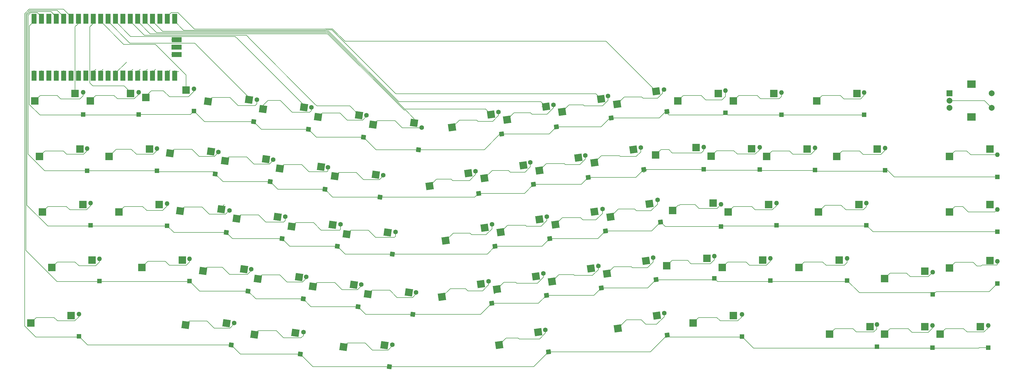
<source format=gbr>
%TF.GenerationSoftware,KiCad,Pcbnew,9.0.2*%
%TF.CreationDate,2025-06-19T20:24:16-07:00*%
%TF.ProjectId,toro-pcb,746f726f-2d70-4636-922e-6b696361645f,rev?*%
%TF.SameCoordinates,Original*%
%TF.FileFunction,Copper,L2,Bot*%
%TF.FilePolarity,Positive*%
%FSLAX46Y46*%
G04 Gerber Fmt 4.6, Leading zero omitted, Abs format (unit mm)*
G04 Created by KiCad (PCBNEW 9.0.2) date 2025-06-19 20:24:16*
%MOMM*%
%LPD*%
G01*
G04 APERTURE LIST*
G04 Aperture macros list*
%AMHorizOval*
0 Thick line with rounded ends*
0 $1 width*
0 $2 $3 position (X,Y) of the first rounded end (center of the circle)*
0 $4 $5 position (X,Y) of the second rounded end (center of the circle)*
0 Add line between two ends*
20,1,$1,$2,$3,$4,$5,0*
0 Add two circle primitives to create the rounded ends*
1,1,$1,$2,$3*
1,1,$1,$4,$5*%
%AMRotRect*
0 Rectangle, with rotation*
0 The origin of the aperture is its center*
0 $1 length*
0 $2 width*
0 $3 Rotation angle, in degrees counterclockwise*
0 Add horizontal line*
21,1,$1,$2,0,0,$3*%
G04 Aperture macros list end*
%TA.AperFunction,SMDPad,CuDef*%
%ADD10R,2.550000X2.500000*%
%TD*%
%TA.AperFunction,SMDPad,CuDef*%
%ADD11RotRect,2.550000X2.500000X352.000000*%
%TD*%
%TA.AperFunction,SMDPad,CuDef*%
%ADD12RotRect,2.550000X2.500000X8.000000*%
%TD*%
%TA.AperFunction,ComponentPad*%
%ADD13R,2.000000X2.000000*%
%TD*%
%TA.AperFunction,ComponentPad*%
%ADD14C,2.000000*%
%TD*%
%TA.AperFunction,ComponentPad*%
%ADD15R,3.000000X2.500000*%
%TD*%
%TA.AperFunction,ComponentPad*%
%ADD16R,1.600000X1.600000*%
%TD*%
%TA.AperFunction,ComponentPad*%
%ADD17O,1.600000X1.600000*%
%TD*%
%TA.AperFunction,ComponentPad*%
%ADD18RotRect,1.600000X1.600000X98.000000*%
%TD*%
%TA.AperFunction,ComponentPad*%
%ADD19HorizOval,1.600000X0.000000X0.000000X0.000000X0.000000X0*%
%TD*%
%TA.AperFunction,ComponentPad*%
%ADD20RotRect,1.600000X1.600000X82.000000*%
%TD*%
%TA.AperFunction,ComponentPad*%
%ADD21HorizOval,1.600000X0.000000X0.000000X0.000000X0.000000X0*%
%TD*%
%TA.AperFunction,ComponentPad*%
%ADD22O,1.700000X1.700000*%
%TD*%
%TA.AperFunction,SMDPad,CuDef*%
%ADD23R,1.700000X3.500000*%
%TD*%
%TA.AperFunction,ComponentPad*%
%ADD24R,1.700000X1.700000*%
%TD*%
%TA.AperFunction,SMDPad,CuDef*%
%ADD25R,3.500000X1.700000*%
%TD*%
%TA.AperFunction,ViaPad*%
%ADD26C,0.600000*%
%TD*%
%TA.AperFunction,ViaPad*%
%ADD27C,0.300000*%
%TD*%
%TA.AperFunction,Conductor*%
%ADD28C,0.200000*%
%TD*%
G04 APERTURE END LIST*
D10*
%TO.P,SW37,1*%
%TO.N,Col 13*%
X308752811Y-61595000D03*
%TO.P,SW37,2*%
%TO.N,Net-(D37-A)*%
X294902811Y-64135000D03*
%TD*%
D11*
%TO.P,SW18,1*%
%TO.N,Col 3*%
X109966347Y-103998327D03*
%TO.P,SW18,2*%
%TO.N,Net-(D18-A)*%
X95897635Y-104586060D03*
%TD*%
D12*
%TO.P,SW57,1*%
%TO.N,Col 7*%
X240081225Y-137828413D03*
%TO.P,SW57,2*%
%TO.N,Net-(D57-A)*%
X226719511Y-142271241D03*
%TD*%
%TO.P,SW57,1*%
%TO.N,Col 9*%
X237521787Y-99498545D03*
%TO.P,SW57,2*%
%TO.N,Net-(D47-A)*%
X224160073Y-103941373D03*
%TD*%
D10*
%TO.P,SW48,1*%
%TO.N,Col 11*%
X272557811Y-80570000D03*
%TO.P,SW48,2*%
%TO.N,Net-(D48-A)*%
X258707811Y-83110000D03*
%TD*%
D11*
%TO.P,SW17,1*%
%TO.N,Col 2*%
X90593702Y-101344837D03*
%TO.P,SW17,2*%
%TO.N,Net-(D17-A)*%
X76524989Y-101932570D03*
%TD*%
D12*
%TO.P,SW42,1*%
%TO.N,Col 8*%
X213137055Y-83612558D03*
%TO.P,SW42,2*%
%TO.N,Net-(D42-A)*%
X199775341Y-88055386D03*
%TD*%
D10*
%TO.P,SW4,1*%
%TO.N,Col 2*%
X78556250Y-60420000D03*
%TO.P,SW4,2*%
%TO.N,Net-(D4-A)*%
X64706250Y-62960000D03*
%TD*%
D12*
%TO.P,SW28,1*%
%TO.N,Col 7*%
X183177967Y-68797783D03*
%TO.P,SW28,2*%
%TO.N,Net-(D28-A)*%
X169816253Y-73240611D03*
%TD*%
D11*
%TO.P,SW7,1*%
%TO.N,Col 5*%
X137890606Y-69077662D03*
%TO.P,SW7,2*%
%TO.N,Net-(D7-A)*%
X123821894Y-69665395D03*
%TD*%
D10*
%TO.P,SW55,1*%
%TO.N,Col 10*%
X257290000Y-118170000D03*
%TO.P,SW55,2*%
%TO.N,Net-(D55-A)*%
X243440000Y-120710000D03*
%TD*%
D12*
%TO.P,SW43,1*%
%TO.N,Col 7*%
X199792573Y-104801040D03*
%TO.P,SW43,2*%
%TO.N,Net-(D43-A)*%
X186430859Y-109243868D03*
%TD*%
%TO.P,SW54,1*%
%TO.N,Col 9*%
X236302349Y-119035413D03*
%TO.P,SW54,2*%
%TO.N,Net-(D54-A)*%
X222940635Y-123478241D03*
%TD*%
D10*
%TO.P,SW65,1*%
%TO.N,Col 16*%
X354351295Y-118920000D03*
%TO.P,SW65,2*%
%TO.N,Net-(D65-A)*%
X340501295Y-121460000D03*
%TD*%
%TO.P,SW62,1*%
%TO.N,Col 15*%
X332045000Y-122555000D03*
%TO.P,SW62,2*%
%TO.N,Net-(D62-A)*%
X318195000Y-125095000D03*
%TD*%
D11*
%TO.P,SW8,1*%
%TO.N,Col 6*%
X156755212Y-71728910D03*
%TO.P,SW8,2*%
%TO.N,Net-(D8-A)*%
X142686500Y-72316643D03*
%TD*%
D10*
%TO.P,SW3,1*%
%TO.N,Col 1*%
X59506250Y-61595000D03*
%TO.P,SW3,2*%
%TO.N,Net-(D3-A)*%
X45656250Y-64135000D03*
%TD*%
%TO.P,SW21,1*%
%TO.N,Col 0*%
X46295000Y-118745000D03*
%TO.P,SW21,2*%
%TO.N,Net-(D21-A)*%
X32445000Y-121285000D03*
%TD*%
%TO.P,SW61,1*%
%TO.N,Col 16*%
X351095000Y-141605000D03*
%TO.P,SW61,2*%
%TO.N,Net-(D61-A)*%
X337245000Y-144145000D03*
%TD*%
D11*
%TO.P,SW6,1*%
%TO.N,Col 4*%
X119005212Y-66376399D03*
%TO.P,SW6,2*%
%TO.N,Net-(D6-A)*%
X104936500Y-66964132D03*
%TD*%
D10*
%TO.P,SW67,1*%
%TO.N,Col 12*%
X291607811Y-80645000D03*
%TO.P,SW67,2*%
%TO.N,Net-(D68-A)*%
X277757811Y-83185000D03*
%TD*%
D12*
%TO.P,SW51,1*%
%TO.N,Col 6*%
X179708529Y-126989156D03*
%TO.P,SW51,2*%
%TO.N,Net-(D51-A)*%
X166346815Y-131431984D03*
%TD*%
D10*
%TO.P,SW16,1*%
%TO.N,Col 1*%
X69330000Y-99695000D03*
%TO.P,SW16,2*%
%TO.N,Net-(D16-A)*%
X55480000Y-102235000D03*
%TD*%
D11*
%TO.P,SW30,1*%
%TO.N,Col 3*%
X92384088Y-140427938D03*
%TO.P,SW30,2*%
%TO.N,Net-(D30-A)*%
X78315376Y-141015671D03*
%TD*%
D10*
%TO.P,SW73,1*%
%TO.N,Col 12*%
X302642811Y-118745000D03*
%TO.P,SW73,2*%
%TO.N,Net-(D74-A)*%
X288792811Y-121285000D03*
%TD*%
%TO.P,SW64,1*%
%TO.N,Col 16*%
X354351295Y-99695000D03*
%TO.P,SW64,2*%
%TO.N,Net-(D64-A)*%
X340501295Y-102235000D03*
%TD*%
D12*
%TO.P,SW45,1*%
%TO.N,Col 8*%
X218657180Y-102149793D03*
%TO.P,SW45,2*%
%TO.N,Net-(D45-A)*%
X205295466Y-106592621D03*
%TD*%
%TO.P,SW34,1*%
%TO.N,Col 10*%
X239771787Y-60844040D03*
%TO.P,SW34,2*%
%TO.N,Net-(D34-A)*%
X226410073Y-65286868D03*
%TD*%
D10*
%TO.P,SW72,1*%
%TO.N,Col 12*%
X309400311Y-99695000D03*
%TO.P,SW72,2*%
%TO.N,Net-(D73-A)*%
X295550311Y-102235000D03*
%TD*%
D12*
%TO.P,SW52,1*%
%TO.N,Col 7*%
X198573135Y-124337909D03*
%TO.P,SW52,2*%
%TO.N,Net-(D52-A)*%
X185211421Y-128780737D03*
%TD*%
D10*
%TO.P,SW58,1*%
%TO.N,Col 8*%
X266350000Y-137795000D03*
%TO.P,SW58,2*%
%TO.N,Net-(D58-A)*%
X252500000Y-140335000D03*
%TD*%
%TO.P,SW71,1*%
%TO.N,Col 13*%
X315642811Y-80710000D03*
%TO.P,SW71,2*%
%TO.N,Net-(D72-A)*%
X301792811Y-83250000D03*
%TD*%
D11*
%TO.P,SW13,1*%
%TO.N,Col 4*%
X124800390Y-86801837D03*
%TO.P,SW13,2*%
%TO.N,Net-(D13-A)*%
X110731678Y-87389570D03*
%TD*%
D10*
%TO.P,SW14,1*%
%TO.N,Col 0*%
X43120000Y-99695000D03*
%TO.P,SW14,2*%
%TO.N,Net-(D15-A)*%
X29270000Y-102235000D03*
%TD*%
D12*
%TO.P,SW33,1*%
%TO.N,Col 9*%
X220907181Y-63495287D03*
%TO.P,SW33,2*%
%TO.N,Net-(D33-A)*%
X207545467Y-67938115D03*
%TD*%
D11*
%TO.P,SW26,1*%
%TO.N,Col 5*%
X154996477Y-129897332D03*
%TO.P,SW26,2*%
%TO.N,Net-(D26-A)*%
X140927765Y-130485065D03*
%TD*%
D12*
%TO.P,SW29,1*%
%TO.N,Col 8*%
X202042574Y-66146535D03*
%TO.P,SW29,2*%
%TO.N,Net-(D29-A)*%
X188680860Y-70589363D03*
%TD*%
D11*
%TO.P,SW32,1*%
%TO.N,Col 5*%
X146632900Y-147966275D03*
%TO.P,SW32,2*%
%TO.N,Net-(D32-A)*%
X132564188Y-148554008D03*
%TD*%
D10*
%TO.P,SW9,1*%
%TO.N,Col 0*%
X42080000Y-80645000D03*
%TO.P,SW9,2*%
%TO.N,Net-(D9-A)*%
X28230000Y-83185000D03*
%TD*%
%TO.P,SW22,1*%
%TO.N,Col 1*%
X77240000Y-118745000D03*
%TO.P,SW22,2*%
%TO.N,Net-(D22-A)*%
X63390000Y-121285000D03*
%TD*%
D11*
%TO.P,SW14,1*%
%TO.N,Col 5*%
X143664997Y-89453085D03*
%TO.P,SW14,2*%
%TO.N,Net-(D14-A)*%
X129596285Y-90040818D03*
%TD*%
%TO.P,SW23,1*%
%TO.N,Col 2*%
X98402656Y-121943589D03*
%TO.P,SW23,2*%
%TO.N,Net-(D23-A)*%
X84333944Y-122531322D03*
%TD*%
%TO.P,SW24,1*%
%TO.N,Col 3*%
X117267264Y-124594837D03*
%TO.P,SW24,2*%
%TO.N,Net-(D24-A)*%
X103198552Y-125182570D03*
%TD*%
D10*
%TO.P,SW1,1*%
%TO.N,Col 0*%
X40456250Y-61595000D03*
%TO.P,SW1,2*%
%TO.N,Net-(D2-A)*%
X26606250Y-64135000D03*
%TD*%
D12*
%TO.P,SW38,1*%
%TO.N,Col 6*%
X175407842Y-88978101D03*
%TO.P,SW38,2*%
%TO.N,Net-(D38-A)*%
X162046128Y-93420929D03*
%TD*%
D11*
%TO.P,SW25,1*%
%TO.N,Col 4*%
X136131869Y-127246084D03*
%TO.P,SW25,2*%
%TO.N,Net-(D25-A)*%
X122063157Y-127833817D03*
%TD*%
%TO.P,SW12,1*%
%TO.N,Col 3*%
X105935785Y-84150590D03*
%TO.P,SW12,2*%
%TO.N,Net-(D12-A)*%
X91867073Y-84738323D03*
%TD*%
D12*
%TO.P,SW40,1*%
%TO.N,Col 7*%
X194272449Y-86263805D03*
%TO.P,SW40,2*%
%TO.N,Net-(D40-A)*%
X180910735Y-90706633D03*
%TD*%
D10*
%TO.P,SW27,1*%
%TO.N,Col 0*%
X39100000Y-137795000D03*
%TO.P,SW27,2*%
%TO.N,Net-(D27-A)*%
X25250000Y-140335000D03*
%TD*%
D12*
%TO.P,SW53,1*%
%TO.N,Col 8*%
X217437742Y-121686661D03*
%TO.P,SW53,2*%
%TO.N,Net-(D53-A)*%
X204076028Y-126129489D03*
%TD*%
D10*
%TO.P,SW60,1*%
%TO.N,Col 15*%
X332045000Y-141605000D03*
%TO.P,SW60,2*%
%TO.N,Net-(D60-A)*%
X318195000Y-144145000D03*
%TD*%
%TO.P,SW69,1*%
%TO.N,Col 11*%
X276367811Y-118745000D03*
%TO.P,SW69,2*%
%TO.N,Net-(D70-A)*%
X262517811Y-121285000D03*
%TD*%
%TO.P,SW36,1*%
%TO.N,Col 12*%
X280177811Y-61595000D03*
%TO.P,SW36,2*%
%TO.N,Net-(D36-A)*%
X266327811Y-64135000D03*
%TD*%
D11*
%TO.P,SW19,1*%
%TO.N,Col 4*%
X128830953Y-106649574D03*
%TO.P,SW19,2*%
%TO.N,Net-(D19-A)*%
X114762241Y-107237307D03*
%TD*%
D10*
%TO.P,SW35,1*%
%TO.N,Col 11*%
X261127811Y-61616100D03*
%TO.P,SW35,2*%
%TO.N,Net-(D35-A)*%
X247277811Y-64156100D03*
%TD*%
D11*
%TO.P,SW5,1*%
%TO.N,Col 3*%
X100140606Y-63725150D03*
%TO.P,SW5,2*%
%TO.N,Net-(D5-A)*%
X86071894Y-64312883D03*
%TD*%
D10*
%TO.P,SW49,1*%
%TO.N,Col 10*%
X259333592Y-99199559D03*
%TO.P,SW49,2*%
%TO.N,Net-(D49-A)*%
X245483592Y-101739559D03*
%TD*%
D13*
%TO.P,SW2,A,A*%
%TO.N,ENC_A*%
X340481295Y-61550000D03*
D14*
%TO.P,SW2,B,B*%
%TO.N,ENC_B*%
X340481295Y-66550000D03*
%TO.P,SW2,C,C*%
%TO.N,GND*%
X340481295Y-64050000D03*
D15*
%TO.P,SW2,MP*%
%TO.N,N/C*%
X347981295Y-58450000D03*
X347981295Y-69650000D03*
D14*
%TO.P,SW2,S1,S1*%
%TO.N,ENC_S1*%
X354981295Y-61550000D03*
%TO.P,SW2,S2,S2*%
%TO.N,GND*%
X354981295Y-66550000D03*
%TD*%
D10*
%TO.P,SW59,1*%
%TO.N,Col 14*%
X313195000Y-141605000D03*
%TO.P,SW59,2*%
%TO.N,Net-(D59-A)*%
X299345000Y-144145000D03*
%TD*%
D12*
%TO.P,SW41,1*%
%TO.N,Col 6*%
X180959280Y-107675099D03*
%TO.P,SW41,2*%
%TO.N,Net-(D41-A)*%
X167597566Y-112117927D03*
%TD*%
%TO.P,SW56,1*%
%TO.N,Col 6*%
X199321787Y-143467012D03*
%TO.P,SW56,2*%
%TO.N,Net-(D56-A)*%
X185960073Y-147909840D03*
%TD*%
D10*
%TO.P,SW10,1*%
%TO.N,Col 1*%
X65980000Y-80645000D03*
%TO.P,SW10,2*%
%TO.N,Net-(D10-A)*%
X52130000Y-83185000D03*
%TD*%
D11*
%TO.P,SW11,1*%
%TO.N,Col 2*%
X87078111Y-81500000D03*
%TO.P,SW11,2*%
%TO.N,Net-(D11-A)*%
X73009397Y-82087733D03*
%TD*%
D10*
%TO.P,SW46,1*%
%TO.N,Col 10*%
X253515000Y-80150000D03*
%TO.P,SW46,2*%
%TO.N,Net-(D46-A)*%
X239664999Y-82690000D03*
%TD*%
D11*
%TO.P,SW31,1*%
%TO.N,Col 4*%
X116021787Y-143750000D03*
%TO.P,SW31,2*%
%TO.N,Net-(D31-A)*%
X101953075Y-144337733D03*
%TD*%
D10*
%TO.P,SW68,1*%
%TO.N,Col 11*%
X278410311Y-99695000D03*
%TO.P,SW68,2*%
%TO.N,Net-(D69-A)*%
X264560311Y-102235000D03*
%TD*%
D11*
%TO.P,SW20,1*%
%TO.N,Col 5*%
X147695560Y-109300821D03*
%TO.P,SW20,2*%
%TO.N,Net-(D20-A)*%
X133626848Y-109888554D03*
%TD*%
D10*
%TO.P,SW63,1*%
%TO.N,Col 16*%
X354351295Y-80645000D03*
%TO.P,SW63,2*%
%TO.N,Net-(D63-A)*%
X340501295Y-83185000D03*
%TD*%
D12*
%TO.P,SW44,1*%
%TO.N,Col 9*%
X231991225Y-80887040D03*
%TO.P,SW44,2*%
%TO.N,Net-(D44-A)*%
X218629511Y-85329868D03*
%TD*%
D16*
%TO.P,D36,1,K*%
%TO.N,Row 0*%
X282852811Y-68918750D03*
D17*
%TO.P,D36,2,A*%
%TO.N,Net-(D36-A)*%
X282852811Y-61298750D03*
%TD*%
D18*
%TO.P,D53,1,K*%
%TO.N,Row 3*%
X221031400Y-128323610D03*
D19*
%TO.P,D53,2,A*%
%TO.N,Net-(D53-A)*%
X219970901Y-120777767D03*
%TD*%
D16*
%TO.P,D65,1,K*%
%TO.N,Row 3*%
X356873795Y-126810000D03*
D17*
%TO.P,D65,2,A*%
%TO.N,Net-(D65-A)*%
X356873795Y-119190000D03*
%TD*%
D16*
%TO.P,D15,1,K*%
%TO.N,Row 2*%
X45755000Y-106835000D03*
D17*
%TO.P,D15,2,A*%
%TO.N,Net-(D15-A)*%
X45755000Y-99215000D03*
%TD*%
D20*
%TO.P,D17,1,K*%
%TO.N,Row 2*%
X92330953Y-109322846D03*
D21*
%TO.P,D17,2,A*%
%TO.N,Net-(D17-A)*%
X93391452Y-101777003D03*
%TD*%
D20*
%TO.P,D26,1,K*%
%TO.N,Row 3*%
X156349936Y-137394913D03*
D21*
%TO.P,D26,2,A*%
%TO.N,Net-(D26-A)*%
X157410435Y-129849070D03*
%TD*%
D20*
%TO.P,D8,1,K*%
%TO.N,Row 0*%
X158318107Y-80902337D03*
D21*
%TO.P,D8,2,A*%
%TO.N,Net-(D8-A)*%
X159378607Y-73356494D03*
%TD*%
D18*
%TO.P,D28,1,K*%
%TO.N,Row 0*%
X186798657Y-75519293D03*
D19*
%TO.P,D28,2,A*%
%TO.N,Net-(D28-A)*%
X185738158Y-67973450D03*
%TD*%
D20*
%TO.P,D11,1,K*%
%TO.N,Row 1*%
X88550731Y-89236489D03*
D21*
%TO.P,D11,2,A*%
%TO.N,Net-(D11-A)*%
X89611230Y-81690646D03*
%TD*%
D16*
%TO.P,D68,1,K*%
%TO.N,Row 1*%
X294352811Y-87882500D03*
D17*
%TO.P,D68,2,A*%
%TO.N,Net-(D68-A)*%
X294352811Y-80262500D03*
%TD*%
D18*
%TO.P,D40,1,K*%
%TO.N,Row 1*%
X197715292Y-92833590D03*
D19*
%TO.P,D40,2,A*%
%TO.N,Net-(D40-A)*%
X196654793Y-85287747D03*
%TD*%
D18*
%TO.P,D38,1,K*%
%TO.N,Row 1*%
X178935688Y-95888940D03*
D19*
%TO.P,D38,2,A*%
%TO.N,Net-(D38-A)*%
X177875189Y-88343097D03*
%TD*%
D20*
%TO.P,D5,1,K*%
%TO.N,Row 0*%
X101734420Y-71272922D03*
D21*
%TO.P,D5,2,A*%
%TO.N,Net-(D5-A)*%
X102794919Y-63727079D03*
%TD*%
D16*
%TO.P,D69,1,K*%
%TO.N,Row 2*%
X281110311Y-106825000D03*
D17*
%TO.P,D69,2,A*%
%TO.N,Net-(D69-A)*%
X281110311Y-99205000D03*
%TD*%
D16*
%TO.P,D22,1,K*%
%TO.N,Row 3*%
X79738750Y-125981250D03*
D17*
%TO.P,D22,2,A*%
%TO.N,Net-(D22-A)*%
X79738750Y-118361250D03*
%TD*%
D16*
%TO.P,D70,1,K*%
%TO.N,Row 3*%
X279030311Y-125825000D03*
D17*
%TO.P,D70,2,A*%
%TO.N,Net-(D70-A)*%
X279030311Y-118205000D03*
%TD*%
D18*
%TO.P,D51,1,K*%
%TO.N,Row 3*%
X183403649Y-133629518D03*
D19*
%TO.P,D51,2,A*%
%TO.N,Net-(D51-A)*%
X182343150Y-126083675D03*
%TD*%
D16*
%TO.P,D48,1,K*%
%TO.N,Row 1*%
X275352811Y-87750000D03*
D17*
%TO.P,D48,2,A*%
%TO.N,Net-(D48-A)*%
X275352811Y-80130000D03*
%TD*%
D18*
%TO.P,D33,1,K*%
%TO.N,Row 0*%
X224387299Y-69997981D03*
D19*
%TO.P,D33,2,A*%
%TO.N,Net-(D33-A)*%
X223326800Y-62452138D03*
%TD*%
D18*
%TO.P,D54,1,K*%
%TO.N,Row 3*%
X239824944Y-125462595D03*
D19*
%TO.P,D54,2,A*%
%TO.N,Net-(D54-A)*%
X238764445Y-117916752D03*
%TD*%
D20*
%TO.P,D6,1,K*%
%TO.N,Row 0*%
X120500000Y-73910252D03*
D21*
%TO.P,D6,2,A*%
%TO.N,Net-(D6-A)*%
X121560499Y-66364409D03*
%TD*%
D22*
%TO.P,U1,1,GPIO0*%
%TO.N,Row 0*%
X26360000Y-36850000D03*
D23*
X26360000Y-35950000D03*
D22*
%TO.P,U1,2,GPIO1*%
%TO.N,Row 1*%
X28900000Y-36850000D03*
D23*
X28900000Y-35950000D03*
D24*
%TO.P,U1,3,GND*%
%TO.N,unconnected-(U1-GND-Pad3)*%
X31440000Y-36850000D03*
D23*
X31440000Y-35950000D03*
D22*
%TO.P,U1,4,GPIO2*%
%TO.N,Row 2*%
X33980000Y-36850000D03*
D23*
X33980000Y-35950000D03*
D22*
%TO.P,U1,5,GPIO3*%
%TO.N,Row 3*%
X36520000Y-36850000D03*
D23*
X36520000Y-35950000D03*
D22*
%TO.P,U1,6,GPIO4*%
%TO.N,Row 4*%
X39060000Y-36850000D03*
D23*
X39060000Y-35950000D03*
D22*
%TO.P,U1,7,GPIO5*%
%TO.N,Col 0*%
X41600000Y-36850000D03*
D23*
X41600000Y-35950000D03*
D24*
%TO.P,U1,8,GND*%
%TO.N,unconnected-(U1-GND-Pad8)*%
X44140000Y-36850000D03*
D23*
X44140000Y-35950000D03*
D22*
%TO.P,U1,9,GPIO6*%
%TO.N,Col 1*%
X46680000Y-36850000D03*
D23*
X46680000Y-35950000D03*
D22*
%TO.P,U1,10,GPIO7*%
%TO.N,Col 2*%
X49220000Y-36850000D03*
D23*
X49220000Y-35950000D03*
D22*
%TO.P,U1,11,GPIO8*%
%TO.N,Col 3*%
X51760000Y-36850000D03*
D23*
X51760000Y-35950000D03*
D22*
%TO.P,U1,12,GPIO9*%
%TO.N,Col 4*%
X54300000Y-36850000D03*
D23*
X54300000Y-35950000D03*
D24*
%TO.P,U1,13,GND*%
%TO.N,unconnected-(U1-GND-Pad13)*%
X56840000Y-36850000D03*
D23*
X56840000Y-35950000D03*
D22*
%TO.P,U1,14,GPIO10*%
%TO.N,Col 5*%
X59380000Y-36850000D03*
D23*
X59380000Y-35950000D03*
D22*
%TO.P,U1,15,GPIO11*%
%TO.N,Col 6*%
X61920000Y-36850000D03*
D23*
X61920000Y-35950000D03*
D22*
%TO.P,U1,16,GPIO12*%
%TO.N,Col 7*%
X64460000Y-36850000D03*
D23*
X64460000Y-35950000D03*
D22*
%TO.P,U1,17,GPIO13*%
%TO.N,Col 8*%
X67000000Y-36850000D03*
D23*
X67000000Y-35950000D03*
D24*
%TO.P,U1,18,GND*%
%TO.N,unconnected-(U1-GND-Pad18)*%
X69540000Y-36850000D03*
D23*
X69540000Y-35950000D03*
D22*
%TO.P,U1,19,GPIO14*%
%TO.N,Col 10*%
X72080000Y-36850000D03*
D23*
X72080000Y-35950000D03*
D22*
%TO.P,U1,20,GPIO15*%
%TO.N,Col 9*%
X74620000Y-36850000D03*
D23*
X74620000Y-35950000D03*
D22*
%TO.P,U1,21,GPIO16*%
%TO.N,Col 11*%
X74620000Y-54630000D03*
D23*
X74620000Y-55530000D03*
D22*
%TO.P,U1,22,GPIO17*%
%TO.N,Col 12*%
X72080000Y-54630000D03*
D23*
X72080000Y-55530000D03*
D24*
%TO.P,U1,23,GND*%
%TO.N,unconnected-(U1-GND-Pad23)*%
X69540000Y-54630000D03*
D23*
X69540000Y-55530000D03*
D22*
%TO.P,U1,24,GPIO18*%
%TO.N,Col 13*%
X67000000Y-54630000D03*
D23*
X67000000Y-55530000D03*
D22*
%TO.P,U1,25,GPIO19*%
%TO.N,Col 14*%
X64460000Y-54630000D03*
D23*
X64460000Y-55530000D03*
D22*
%TO.P,U1,26,GPIO20*%
%TO.N,Col 15*%
X61920000Y-54630000D03*
D23*
X61920000Y-55530000D03*
D22*
%TO.P,U1,27,GPIO21*%
%TO.N,Col 16*%
X59380000Y-54630000D03*
D23*
X59380000Y-55530000D03*
D24*
%TO.P,U1,28,GND*%
%TO.N,unconnected-(U1-GND-Pad28)*%
X56840000Y-54630000D03*
D23*
X56840000Y-55530000D03*
D22*
%TO.P,U1,29,GPIO22*%
%TO.N,ENC_A*%
X54300000Y-54630000D03*
D23*
X54300000Y-55530000D03*
D22*
%TO.P,U1,30,RUN*%
%TO.N,unconnected-(U1-RUN-Pad30)*%
X51760000Y-54630000D03*
D23*
X51760000Y-55530000D03*
D22*
%TO.P,U1,31,GPIO26_ADC0*%
%TO.N,ENC_B*%
X49220000Y-54630000D03*
D23*
X49220000Y-55530000D03*
D22*
%TO.P,U1,32,GPIO27_ADC1*%
%TO.N,ENC_S1*%
X46680000Y-54630000D03*
D23*
X46680000Y-55530000D03*
D24*
%TO.P,U1,33,AGND*%
%TO.N,unconnected-(U1-AGND-Pad33)*%
X44140000Y-54630000D03*
D23*
X44140000Y-55530000D03*
D22*
%TO.P,U1,34,GPIO28_ADC2*%
%TO.N,LEDS*%
X41600000Y-54630000D03*
D23*
X41600000Y-55530000D03*
D22*
%TO.P,U1,35,ADC_VREF*%
%TO.N,unconnected-(U1-ADC_VREF-Pad35)*%
X39060000Y-54630000D03*
D23*
X39060000Y-55530000D03*
D22*
%TO.P,U1,36,3V3*%
%TO.N,unconnected-(U1-3V3-Pad36)*%
X36520000Y-54630000D03*
D23*
X36520000Y-55530000D03*
D22*
%TO.P,U1,37,3V3_EN*%
%TO.N,unconnected-(U1-3V3_EN-Pad37)*%
X33980000Y-54630000D03*
D23*
X33980000Y-55530000D03*
D24*
%TO.P,U1,38,GND*%
%TO.N,unconnected-(U1-GND-Pad38)*%
X31440000Y-54630000D03*
D23*
X31440000Y-55530000D03*
D22*
%TO.P,U1,39,VSYS*%
%TO.N,unconnected-(U1-VSYS-Pad39)*%
X28900000Y-54630000D03*
D23*
X28900000Y-55530000D03*
D22*
%TO.P,U1,40,VBUS*%
%TO.N,unconnected-(U1-VBUS-Pad40)*%
X26360000Y-54630000D03*
D23*
X26360000Y-55530000D03*
D22*
%TO.P,U1,41,SWCLK*%
%TO.N,unconnected-(U1-SWCLK-Pad41)*%
X74390000Y-43200000D03*
D25*
X75290000Y-43200000D03*
D24*
%TO.P,U1,42,GND*%
%TO.N,unconnected-(U1-GND-Pad42)*%
X74390000Y-45740000D03*
D25*
X75290000Y-45740000D03*
D22*
%TO.P,U1,43,SWDIO*%
%TO.N,unconnected-(U1-SWDIO-Pad43)*%
X74390000Y-48280000D03*
D25*
X75290000Y-48280000D03*
%TD*%
D16*
%TO.P,D10,1,K*%
%TO.N,Row 1*%
X68540000Y-88101250D03*
D17*
%TO.P,D10,2,A*%
%TO.N,Net-(D10-A)*%
X68540000Y-80481250D03*
%TD*%
D16*
%TO.P,D2,1,K*%
%TO.N,Row 0*%
X43235000Y-68847500D03*
D17*
%TO.P,D2,2,A*%
%TO.N,Net-(D2-A)*%
X43235000Y-61227500D03*
%TD*%
D16*
%TO.P,D73,1,K*%
%TO.N,Row 2*%
X311987811Y-106810000D03*
D17*
%TO.P,D73,2,A*%
%TO.N,Net-(D73-A)*%
X311987811Y-99190000D03*
%TD*%
D16*
%TO.P,D9,1,K*%
%TO.N,Row 1*%
X44596250Y-88101250D03*
D17*
%TO.P,D9,2,A*%
%TO.N,Net-(D9-A)*%
X44596250Y-80481250D03*
%TD*%
D16*
%TO.P,D4,1,K*%
%TO.N,Row 0*%
X81235000Y-67616250D03*
D17*
%TO.P,D4,2,A*%
%TO.N,Net-(D4-A)*%
X81235000Y-59996250D03*
%TD*%
D18*
%TO.P,D57,1,K*%
%TO.N,Row 4*%
X243660221Y-144500000D03*
D19*
%TO.P,D57,2,A*%
%TO.N,Net-(D57-A)*%
X242599722Y-136954157D03*
%TD*%
D16*
%TO.P,D64,1,K*%
%TO.N,Row 2*%
X356873795Y-109083750D03*
D17*
%TO.P,D64,2,A*%
%TO.N,Net-(D64-A)*%
X356873795Y-101463750D03*
%TD*%
D16*
%TO.P,D35,1,K*%
%TO.N,Row 0*%
X263569061Y-68250000D03*
D17*
%TO.P,D35,2,A*%
%TO.N,Net-(D35-A)*%
X263569061Y-60630000D03*
%TD*%
D18*
%TO.P,D45,1,K*%
%TO.N,Row 2*%
X222471748Y-108813760D03*
D19*
%TO.P,D45,2,A*%
%TO.N,Net-(D45-A)*%
X221411249Y-101267917D03*
%TD*%
D16*
%TO.P,D58,1,K*%
%TO.N,Row 4*%
X269250000Y-145060000D03*
D17*
%TO.P,D58,2,A*%
%TO.N,Net-(D58-A)*%
X269250000Y-137440000D03*
%TD*%
D16*
%TO.P,D74,1,K*%
%TO.N,Row 3*%
X305374061Y-125817500D03*
D17*
%TO.P,D74,2,A*%
%TO.N,Net-(D74-A)*%
X305374061Y-118197500D03*
%TD*%
D20*
%TO.P,D19,1,K*%
%TO.N,Row 2*%
X130464947Y-114064140D03*
D21*
%TO.P,D19,2,A*%
%TO.N,Net-(D19-A)*%
X131525446Y-106518297D03*
%TD*%
D16*
%TO.P,D32,1,K*%
%TO.N,Row 2*%
X72030000Y-107010000D03*
D17*
%TO.P,D32,2,A*%
%TO.N,Net-(D16-A)*%
X72030000Y-99390000D03*
%TD*%
D16*
%TO.P,D21,1,K*%
%TO.N,Row 3*%
X48811250Y-125981250D03*
D17*
%TO.P,D21,2,A*%
%TO.N,Net-(D21-A)*%
X48811250Y-118361250D03*
%TD*%
D18*
%TO.P,D52,1,K*%
%TO.N,Row 3*%
X202201693Y-130863921D03*
D19*
%TO.P,D52,2,A*%
%TO.N,Net-(D52-A)*%
X201141194Y-123318078D03*
%TD*%
D18*
%TO.P,D34,1,K*%
%TO.N,Row 0*%
X243560499Y-67795843D03*
D19*
%TO.P,D34,2,A*%
%TO.N,Net-(D34-A)*%
X242500000Y-60250000D03*
%TD*%
D20*
%TO.P,D18,1,K*%
%TO.N,Row 2*%
X111483062Y-111456999D03*
D21*
%TO.P,D18,2,A*%
%TO.N,Net-(D18-A)*%
X112543561Y-103911156D03*
%TD*%
D18*
%TO.P,D47,1,K*%
%TO.N,Row 2*%
X241369967Y-105711472D03*
D19*
%TO.P,D47,2,A*%
%TO.N,Net-(D47-A)*%
X240309468Y-98165629D03*
%TD*%
D18*
%TO.P,D56,1,K*%
%TO.N,Row 4*%
X202897673Y-150300850D03*
D19*
%TO.P,D56,2,A*%
%TO.N,Net-(D56-A)*%
X201837174Y-142755007D03*
%TD*%
D16*
%TO.P,D49,1,K*%
%TO.N,Row 2*%
X262106985Y-107302037D03*
D17*
%TO.P,D49,2,A*%
%TO.N,Net-(D49-A)*%
X262106985Y-99682037D03*
%TD*%
D20*
%TO.P,D24,1,K*%
%TO.N,Row 3*%
X118719751Y-132106336D03*
D21*
%TO.P,D24,2,A*%
%TO.N,Net-(D24-A)*%
X119780250Y-124560493D03*
%TD*%
D16*
%TO.P,D37,1,K*%
%TO.N,Row 0*%
X311212811Y-68918750D03*
D17*
%TO.P,D37,2,A*%
%TO.N,Net-(D37-A)*%
X311212811Y-61298750D03*
%TD*%
D20*
%TO.P,D23,1,K*%
%TO.N,Row 3*%
X99788301Y-129445694D03*
D21*
%TO.P,D23,2,A*%
%TO.N,Net-(D23-A)*%
X100848800Y-121899851D03*
%TD*%
D16*
%TO.P,D63,1,K*%
%TO.N,Row 1*%
X356873795Y-90283750D03*
D17*
%TO.P,D63,2,A*%
%TO.N,Net-(D63-A)*%
X356873795Y-82663750D03*
%TD*%
D16*
%TO.P,D61,1,K*%
%TO.N,Row 4*%
X353750000Y-148810000D03*
D17*
%TO.P,D61,2,A*%
%TO.N,Net-(D61-A)*%
X353750000Y-141190000D03*
%TD*%
D16*
%TO.P,D59,1,K*%
%TO.N,Row 4*%
X315615939Y-148515000D03*
D17*
%TO.P,D59,2,A*%
%TO.N,Net-(D59-A)*%
X315615939Y-140895000D03*
%TD*%
D16*
%TO.P,D62,1,K*%
%TO.N,Row 3*%
X334750000Y-130560000D03*
D17*
%TO.P,D62,2,A*%
%TO.N,Net-(D62-A)*%
X334750000Y-122940000D03*
%TD*%
D18*
%TO.P,D43,1,K*%
%TO.N,Row 2*%
X203349832Y-111430482D03*
D19*
%TO.P,D43,2,A*%
%TO.N,Net-(D43-A)*%
X202289333Y-103884639D03*
%TD*%
D20*
%TO.P,D13,1,K*%
%TO.N,Row 1*%
X126173985Y-94524409D03*
D21*
%TO.P,D13,2,A*%
%TO.N,Net-(D13-A)*%
X127234484Y-86978566D03*
%TD*%
D20*
%TO.P,D32,1,K*%
%TO.N,Row 4*%
X148265270Y-155365466D03*
D21*
%TO.P,D32,2,A*%
%TO.N,Net-(D32-A)*%
X149325769Y-147819623D03*
%TD*%
D16*
%TO.P,D55,1,K*%
%TO.N,Row 3*%
X259825000Y-125067500D03*
D17*
%TO.P,D55,2,A*%
%TO.N,Net-(D55-A)*%
X259825000Y-117447500D03*
%TD*%
D20*
%TO.P,D12,1,K*%
%TO.N,Row 1*%
X107358890Y-91880121D03*
D21*
%TO.P,D12,2,A*%
%TO.N,Net-(D12-A)*%
X108419389Y-84334278D03*
%TD*%
D20*
%TO.P,D30,1,K*%
%TO.N,Row 4*%
X94009966Y-147927199D03*
D21*
%TO.P,D30,2,A*%
%TO.N,Net-(D30-A)*%
X95070465Y-140381356D03*
%TD*%
D20*
%TO.P,D14,1,K*%
%TO.N,Row 1*%
X145105435Y-97185052D03*
D21*
%TO.P,D14,2,A*%
%TO.N,Net-(D14-A)*%
X146165934Y-89639209D03*
%TD*%
D16*
%TO.P,D46,1,K*%
%TO.N,Row 1*%
X256162811Y-87643965D03*
D17*
%TO.P,D46,2,A*%
%TO.N,Net-(D46-A)*%
X256162811Y-80023965D03*
%TD*%
D16*
%TO.P,D72,1,K*%
%TO.N,Row 1*%
X318372811Y-87947500D03*
D17*
%TO.P,D72,2,A*%
%TO.N,Net-(D72-A)*%
X318372811Y-80327500D03*
%TD*%
D20*
%TO.P,D20,1,K*%
%TO.N,Row 2*%
X149302322Y-116711560D03*
D21*
%TO.P,D20,2,A*%
%TO.N,Net-(D20-A)*%
X150362821Y-109165717D03*
%TD*%
D16*
%TO.P,D3,1,K*%
%TO.N,Row 0*%
X62235000Y-68791250D03*
D17*
%TO.P,D3,2,A*%
%TO.N,Net-(D3-A)*%
X62235000Y-61171250D03*
%TD*%
D16*
%TO.P,D60,1,K*%
%TO.N,Row 4*%
X334617500Y-148828750D03*
D17*
%TO.P,D60,2,A*%
%TO.N,Net-(D60-A)*%
X334617500Y-141208750D03*
%TD*%
D20*
%TO.P,D7,1,K*%
%TO.N,Row 0*%
X139385395Y-76611515D03*
D21*
%TO.P,D7,2,A*%
%TO.N,Net-(D7-A)*%
X140445894Y-69065672D03*
%TD*%
D18*
%TO.P,D44,1,K*%
%TO.N,Row 1*%
X235616859Y-87688641D03*
D19*
%TO.P,D44,2,A*%
%TO.N,Net-(D44-A)*%
X234556360Y-80142798D03*
%TD*%
D18*
%TO.P,D29,1,K*%
%TO.N,Row 0*%
X205627875Y-73038378D03*
D19*
%TO.P,D29,2,A*%
%TO.N,Net-(D29-A)*%
X204567376Y-65492535D03*
%TD*%
D20*
%TO.P,D25,1,K*%
%TO.N,Row 3*%
X137534843Y-134750625D03*
D21*
%TO.P,D25,2,A*%
%TO.N,Net-(D25-A)*%
X138595342Y-127204782D03*
%TD*%
D18*
%TO.P,D42,1,K*%
%TO.N,Row 1*%
X216565874Y-90441819D03*
D19*
%TO.P,D42,2,A*%
%TO.N,Net-(D42-A)*%
X215505375Y-82895976D03*
%TD*%
D16*
%TO.P,D27,1,K*%
%TO.N,Row 4*%
X41735000Y-144935000D03*
D17*
%TO.P,D27,2,A*%
%TO.N,Net-(D27-A)*%
X41735000Y-137315000D03*
%TD*%
D20*
%TO.P,D31,1,K*%
%TO.N,Row 4*%
X117729116Y-151073890D03*
D21*
%TO.P,D31,2,A*%
%TO.N,Net-(D31-A)*%
X118789615Y-143528047D03*
%TD*%
D18*
%TO.P,D41,1,K*%
%TO.N,Row 2*%
X184534739Y-114074771D03*
D19*
%TO.P,D41,2,A*%
%TO.N,Net-(D41-A)*%
X183474240Y-106528928D03*
%TD*%
D26*
%TO.N,Col 0*%
X46250000Y-118750000D03*
X39250000Y-137750000D03*
X40500000Y-61500000D03*
X43250000Y-99750000D03*
X42000000Y-80750000D03*
D27*
%TO.N,ENC_A*%
X58000000Y-50880000D03*
%TO.N,ENC_S1*%
X47500000Y-53380000D03*
%TO.N,ENC_B*%
X50000000Y-53380000D03*
D26*
%TO.N,Col 1*%
X66000000Y-80500000D03*
X59750000Y-61500000D03*
X69250000Y-99750000D03*
X77250000Y-118750000D03*
D27*
%TO.N,Col 2*%
X90500000Y-101250000D03*
X98500000Y-122000000D03*
D26*
X78750000Y-60500000D03*
D27*
X87000000Y-81500000D03*
%TO.N,Col 3*%
X117250000Y-124500000D03*
X100140606Y-63725150D03*
X100140606Y-63725150D03*
X105935785Y-84150590D03*
X92384088Y-140427938D03*
X110000000Y-104000000D03*
%TO.N,Col 4*%
X124750000Y-86750000D03*
X136250000Y-127250000D03*
X128750000Y-106750000D03*
X119005212Y-66376399D03*
X116000000Y-143750000D03*
D26*
%TO.N,Col 5*%
X143664997Y-89095886D03*
D27*
X146500000Y-148000000D03*
D26*
X154962554Y-129836645D03*
X138049830Y-69009895D03*
X147559924Y-108991749D03*
D27*
%TO.N,Col 6*%
X181000000Y-107750000D03*
X199250000Y-143500000D03*
D26*
X175439331Y-88919140D03*
D27*
X156750000Y-71723698D03*
D26*
X179682850Y-126899485D03*
D27*
%TO.N,Col 7*%
X198500000Y-124250000D03*
X183250000Y-68750000D03*
X240081225Y-137828413D03*
X194250000Y-86250000D03*
D26*
X199561084Y-104717457D03*
D27*
%TO.N,Col 8*%
X213137055Y-83612558D03*
X202042574Y-66146535D03*
X217250000Y-121750000D03*
X218750000Y-102250000D03*
X266250000Y-137500000D03*
%TO.N,Col 9*%
X236302349Y-119035413D03*
X232000000Y-81000000D03*
X220907181Y-63495287D03*
X237521787Y-99498545D03*
D26*
%TO.N,Col 10*%
X257472189Y-118000000D03*
D27*
X239771787Y-60844040D03*
D26*
X259410465Y-99324979D03*
D27*
X253500000Y-80000000D03*
D26*
%TO.N,Col 11*%
X272750000Y-80500000D03*
X276500000Y-118750000D03*
X278500000Y-99750000D03*
D27*
X261127811Y-61616100D03*
X76000000Y-54130000D03*
D26*
%TO.N,Col 12*%
X280250000Y-61500000D03*
X291500000Y-80500000D03*
D27*
X73000000Y-53630000D03*
D26*
X309250000Y-99750000D03*
X302750000Y-118750000D03*
D27*
%TO.N,Col 13*%
X68000000Y-53380000D03*
D26*
X315750000Y-80500000D03*
X308750000Y-61750000D03*
D27*
%TO.N,Col 14*%
X65250000Y-53380000D03*
D26*
X313115939Y-141560000D03*
D27*
%TO.N,Col 15*%
X332115939Y-122560000D03*
X332115939Y-122560000D03*
D26*
X332115939Y-141560000D03*
D27*
X62750000Y-53380000D03*
%TO.N,Col 16*%
X354458484Y-99750000D03*
X60250000Y-53380000D03*
X354458484Y-118750000D03*
D26*
X354351295Y-80645000D03*
D27*
X351000000Y-141500000D03*
%TD*%
D28*
%TO.N,Net-(D2-A)*%
X35500000Y-63500000D02*
X42093870Y-63500000D01*
X34285000Y-62285000D02*
X35500000Y-63500000D01*
X43235000Y-62358870D02*
X43235000Y-61227500D01*
X26606250Y-64135000D02*
X28456250Y-62285000D01*
X42093870Y-63500000D02*
X43235000Y-62358870D01*
X28456250Y-62285000D02*
X34285000Y-62285000D01*
%TO.N,Row 0*%
X24750000Y-38460000D02*
X26360000Y-36850000D01*
X84891672Y-71272922D02*
X81235000Y-67616250D01*
X80628750Y-67791250D02*
X81235000Y-67185000D01*
X43063600Y-69018900D02*
X28365150Y-69018900D01*
X28365150Y-69018900D02*
X24750000Y-65403750D01*
X203146960Y-75519293D02*
X186798657Y-75519293D01*
X120500000Y-73910252D02*
X104371750Y-73910252D01*
X186798657Y-75519293D02*
X186230707Y-75519293D01*
X104371750Y-73910252D02*
X101734420Y-71272922D01*
X282852811Y-68918750D02*
X282952961Y-69018900D01*
X264337961Y-69018900D02*
X263569061Y-68250000D01*
X43235000Y-68847500D02*
X43063600Y-69018900D01*
X224002019Y-69997981D02*
X220961622Y-73038378D01*
X262779061Y-69040000D02*
X244200512Y-69040000D01*
X263468911Y-68343900D02*
X263569061Y-68243750D01*
X180847663Y-80902337D02*
X158318107Y-80902337D01*
X143676217Y-80902337D02*
X139385395Y-76611515D01*
X186230707Y-75519293D02*
X180847663Y-80902337D01*
X224387299Y-69997981D02*
X224002019Y-69997981D01*
X24750000Y-65403750D02*
X24750000Y-38460000D01*
X43406400Y-69018900D02*
X62007350Y-69018900D01*
X263569061Y-68250000D02*
X262779061Y-69040000D01*
X81235000Y-67616250D02*
X80060000Y-68791250D01*
X220961622Y-73038378D02*
X205627875Y-73038378D01*
X242852811Y-68000000D02*
X243196711Y-68343900D01*
X244200512Y-69040000D02*
X243037578Y-67877066D01*
X282752661Y-69018900D02*
X264337961Y-69018900D01*
X243037578Y-67877066D02*
X240916663Y-69997981D01*
X158318107Y-80902337D02*
X143676217Y-80902337D01*
X139385395Y-76611515D02*
X123201263Y-76611515D01*
X123201263Y-76611515D02*
X120500000Y-73910252D01*
X101734420Y-71272922D02*
X84891672Y-71272922D01*
X311112661Y-69018900D02*
X311212811Y-68918750D01*
X43235000Y-68847500D02*
X43406400Y-69018900D01*
X205627875Y-73038378D02*
X203146960Y-75519293D01*
X282852811Y-68918750D02*
X282752661Y-69018900D01*
X240916663Y-69997981D02*
X224387299Y-69997981D01*
X80060000Y-68791250D02*
X62235000Y-68791250D01*
X263569061Y-68243750D02*
X264344211Y-69018900D01*
X62007350Y-69018900D02*
X62235000Y-68791250D01*
X282952961Y-69018900D02*
X311112661Y-69018900D01*
%TO.N,Net-(D3-A)*%
X53829955Y-62285000D02*
X54989955Y-63445000D01*
X47506250Y-62285000D02*
X53829955Y-62285000D01*
X62235000Y-61991250D02*
X62235000Y-61171250D01*
X45656250Y-64135000D02*
X47506250Y-62285000D01*
X60781250Y-63445000D02*
X62235000Y-61991250D01*
X54989955Y-63445000D02*
X60781250Y-63445000D01*
%TO.N,Net-(D4-A)*%
X81235000Y-60065000D02*
X81235000Y-60042500D01*
X70773750Y-60678750D02*
X72845000Y-62750000D01*
X81235000Y-60866250D02*
X81235000Y-59996250D01*
X81235000Y-60435000D02*
X81235000Y-59565000D01*
X64706250Y-62528750D02*
X66556250Y-60678750D01*
X66556250Y-60678750D02*
X70773750Y-60678750D01*
X72845000Y-62750000D02*
X79351250Y-62750000D01*
X79351250Y-62750000D02*
X81235000Y-60866250D01*
%TO.N,Net-(D5-A)*%
X87399994Y-62984783D02*
X93592339Y-62984783D01*
X102794919Y-65205081D02*
X102794919Y-63727079D01*
X86071894Y-64312883D02*
X87399994Y-62984783D01*
X96357556Y-65750000D02*
X102250000Y-65750000D01*
X102250000Y-65750000D02*
X102794919Y-65205081D01*
X93592339Y-62984783D02*
X96357556Y-65750000D01*
%TO.N,Net-(D6-A)*%
X120964598Y-68091680D02*
X121560499Y-67495779D01*
X110825413Y-64004500D02*
X114912593Y-68091680D01*
X104936500Y-66964132D02*
X104936500Y-65701848D01*
X106633848Y-64004500D02*
X110825413Y-64004500D01*
X121560499Y-67495779D02*
X121560499Y-66364409D01*
X114912593Y-68091680D02*
X120964598Y-68091680D01*
X104936500Y-65701848D02*
X106633848Y-64004500D01*
%TO.N,Net-(D7-A)*%
X139103496Y-70792943D02*
X140445894Y-69450545D01*
X140445894Y-69450545D02*
X140445894Y-69065672D01*
X133797987Y-70792943D02*
X139103496Y-70792943D01*
X123821894Y-69665395D02*
X125149994Y-68337295D01*
X125149994Y-68337295D02*
X131342339Y-68337295D01*
X131342339Y-68337295D02*
X133797987Y-70792943D01*
%TO.N,Net-(D8-A)*%
X159290910Y-73444191D02*
X159378607Y-73356494D01*
X150206945Y-70988543D02*
X152662593Y-73444191D01*
X142686500Y-72316643D02*
X144014600Y-70988543D01*
X152662593Y-73444191D02*
X159290910Y-73444191D01*
X144014600Y-70988543D02*
X150206945Y-70988543D01*
%TO.N,Net-(D9-A)*%
X36403705Y-81335000D02*
X37563705Y-82495000D01*
X28230000Y-83185000D02*
X30080000Y-81335000D01*
X30080000Y-81335000D02*
X36403705Y-81335000D01*
X44596250Y-81253750D02*
X44596250Y-80481250D01*
X43355000Y-82495000D02*
X44596250Y-81253750D01*
X37563705Y-82495000D02*
X43355000Y-82495000D01*
%TO.N,Row 1*%
X232863681Y-90441819D02*
X235616859Y-87688641D01*
X88550731Y-89236489D02*
X87759557Y-88445315D01*
X107358890Y-91880121D02*
X110003178Y-94524409D01*
X275352811Y-87750000D02*
X275671711Y-88068900D01*
X275671711Y-88068900D02*
X294166411Y-88068900D01*
X256996711Y-87993900D02*
X275108911Y-87993900D01*
X256118135Y-87688641D02*
X256162811Y-87643965D01*
X128834628Y-97185052D02*
X145105435Y-97185052D01*
X318372811Y-87947500D02*
X319197500Y-87947500D01*
X88550731Y-89236489D02*
X91194363Y-91880121D01*
X25210000Y-33900000D02*
X27510000Y-33900000D01*
X178935688Y-95888940D02*
X194659942Y-95888940D01*
X177596667Y-97227961D02*
X178935688Y-95888940D01*
X321533750Y-90283750D02*
X356873795Y-90283750D01*
X28900000Y-36010000D02*
X28900000Y-37570000D01*
X110003178Y-94524409D02*
X126173985Y-94524409D01*
X27510000Y-33900000D02*
X28900000Y-35290000D01*
X214174103Y-92833590D02*
X216565874Y-90441819D01*
X87759557Y-88445315D02*
X68212887Y-88445315D01*
X28900000Y-35290000D02*
X28900000Y-36850000D01*
X126173985Y-94524409D02*
X128834628Y-97185052D01*
X30021250Y-88101250D02*
X24350000Y-82430000D01*
X317990311Y-88330000D02*
X318372811Y-87947500D01*
X194659942Y-95888940D02*
X197715292Y-92833590D01*
X216565874Y-90441819D02*
X232863681Y-90441819D01*
X319197500Y-87947500D02*
X321533750Y-90283750D01*
X197715292Y-92833590D02*
X214174103Y-92833590D01*
X275108911Y-87993900D02*
X275352811Y-87750000D01*
X235473480Y-88851299D02*
X236555779Y-87769000D01*
X24350000Y-82430000D02*
X24350000Y-34760000D01*
X145105435Y-97185052D02*
X145148344Y-97227961D01*
X235616859Y-87688641D02*
X256118135Y-87688641D01*
X24350000Y-34760000D02*
X25210000Y-33900000D01*
X44596250Y-88101250D02*
X68540000Y-88101250D01*
X44596250Y-88101250D02*
X30021250Y-88101250D01*
X145148344Y-97227961D02*
X177596667Y-97227961D01*
X294166411Y-88068900D02*
X294352811Y-87882500D01*
X91194363Y-91880121D02*
X107358890Y-91880121D01*
X294352811Y-88330000D02*
X317990311Y-88330000D01*
%TO.N,Net-(D10-A)*%
X52130000Y-83185000D02*
X54565000Y-80750000D01*
X61463705Y-82495000D02*
X67255000Y-82495000D01*
X67255000Y-82495000D02*
X68540000Y-81210000D01*
X54565000Y-80750000D02*
X59718705Y-80750000D01*
X68540000Y-81210000D02*
X68540000Y-80481250D01*
X59718705Y-80750000D02*
X61463705Y-82495000D01*
%TO.N,Net-(D11-A)*%
X88291001Y-83215281D02*
X89611230Y-81895052D01*
X89611230Y-81895052D02*
X89611230Y-81690646D01*
X74337497Y-80759633D02*
X80529841Y-80759633D01*
X80529841Y-80759633D02*
X82985489Y-83215281D01*
X73009397Y-82087733D02*
X74337497Y-80759633D01*
X82985489Y-83215281D02*
X88291001Y-83215281D01*
%TO.N,Net-(D12-A)*%
X108419389Y-84595157D02*
X108419389Y-84334278D01*
X91867073Y-84738323D02*
X93195173Y-83410223D01*
X93195173Y-83410223D02*
X99387518Y-83410223D01*
X107148675Y-85865871D02*
X108419389Y-84595157D01*
X99387518Y-83410223D02*
X101843166Y-85865871D01*
X101843166Y-85865871D02*
X107148675Y-85865871D01*
%TO.N,Net-(D13-A)*%
X120707771Y-88517118D02*
X126827302Y-88517118D01*
X110731678Y-87389570D02*
X112059778Y-86061470D01*
X126827302Y-88517118D02*
X127234484Y-88109936D01*
X112059778Y-86061470D02*
X118252123Y-86061470D01*
X118252123Y-86061470D02*
X120707771Y-88517118D01*
X127234484Y-88109936D02*
X127234484Y-86978566D01*
%TO.N,Net-(D14-A)*%
X139418366Y-91168366D02*
X144877887Y-91168366D01*
X129596285Y-90040818D02*
X130924385Y-88712718D01*
X144877887Y-91168366D02*
X146165934Y-89880319D01*
X136962718Y-88712718D02*
X139418366Y-91168366D01*
X146165934Y-89880319D02*
X146165934Y-89639209D01*
X130924385Y-88712718D02*
X136962718Y-88712718D01*
%TO.N,Row 2*%
X281404211Y-107118900D02*
X281110311Y-106825000D01*
X238267679Y-108813760D02*
X241369967Y-105711472D01*
X23950000Y-34594314D02*
X25044314Y-33500000D01*
X133112367Y-116711560D02*
X149302322Y-116711560D01*
X71921100Y-107118900D02*
X46038900Y-107118900D01*
X92330953Y-109322846D02*
X94465106Y-111456999D01*
X45471100Y-107118900D02*
X45755000Y-106835000D01*
X281110311Y-106825000D02*
X280816411Y-107118900D01*
X23950000Y-99950000D02*
X23950000Y-34594314D01*
X23950000Y-99950000D02*
X31118900Y-107118900D01*
X33980000Y-35290000D02*
X33980000Y-36850000D01*
X261925000Y-106825000D02*
X261900537Y-106849463D01*
X280816411Y-107118900D02*
X262404211Y-107118900D01*
X219855026Y-111430482D02*
X222471748Y-108813760D01*
X314261561Y-109083750D02*
X356873795Y-109083750D01*
X311678911Y-107118900D02*
X281404211Y-107118900D01*
X181897950Y-116711560D02*
X184534739Y-114074771D01*
X262110311Y-106825000D02*
X261925000Y-106825000D01*
X114090203Y-114064140D02*
X130464947Y-114064140D01*
X130464947Y-114064140D02*
X133112367Y-116711560D01*
X111483062Y-111456999D02*
X114090203Y-114064140D01*
X311987811Y-106810000D02*
X311678911Y-107118900D01*
X72030000Y-107010000D02*
X71921100Y-107118900D01*
X262404211Y-107118900D02*
X262110311Y-106825000D01*
X241369967Y-105711472D02*
X242960532Y-107302037D01*
X31118900Y-107118900D02*
X45471100Y-107118900D01*
X33980000Y-37570000D02*
X33980000Y-35330000D01*
X149302322Y-116711560D02*
X181897950Y-116711560D01*
X222471748Y-108813760D02*
X238267679Y-108813760D01*
X200705543Y-114074771D02*
X203349832Y-111430482D01*
X25044314Y-33500000D02*
X32190000Y-33500000D01*
X74342846Y-109322846D02*
X92330953Y-109322846D01*
X46038900Y-107118900D02*
X45755000Y-106835000D01*
X32190000Y-33500000D02*
X33980000Y-35290000D01*
X94465106Y-111456999D02*
X111483062Y-111456999D01*
X203349832Y-111430482D02*
X219855026Y-111430482D01*
X311987811Y-106810000D02*
X314261561Y-109083750D01*
X184534739Y-114074771D02*
X200705543Y-114074771D01*
X72030000Y-107010000D02*
X74342846Y-109322846D01*
X33980000Y-35330000D02*
X32750000Y-34100000D01*
X242960532Y-107302037D02*
X262106985Y-107302037D01*
%TO.N,Net-(D15-A)*%
X45755000Y-100185000D02*
X45755000Y-99215000D01*
X38603705Y-101545000D02*
X44395000Y-101545000D01*
X44395000Y-101545000D02*
X45755000Y-100185000D01*
X29270000Y-102235000D02*
X31120000Y-100385000D01*
X31120000Y-100385000D02*
X37443705Y-100385000D01*
X37443705Y-100385000D02*
X38603705Y-101545000D01*
%TO.N,Net-(D16-A)*%
X63653705Y-100385000D02*
X65018705Y-101750000D01*
X65018705Y-101750000D02*
X70500000Y-101750000D01*
X57330000Y-100385000D02*
X63653705Y-100385000D01*
X72030000Y-100220000D02*
X72030000Y-99390000D01*
X70500000Y-101750000D02*
X72030000Y-100220000D01*
X55480000Y-102235000D02*
X57330000Y-100385000D01*
%TO.N,Net-(D17-A)*%
X77853089Y-100604470D02*
X84045432Y-100604470D01*
X86501080Y-103060118D02*
X92108337Y-103060118D01*
X76524989Y-101932570D02*
X77853089Y-100604470D01*
X92108337Y-103060118D02*
X93391452Y-101777003D01*
X84045432Y-100604470D02*
X86501080Y-103060118D01*
%TO.N,Net-(D18-A)*%
X105873728Y-105713608D02*
X112036392Y-105713608D01*
X95897635Y-104586060D02*
X97225735Y-103257960D01*
X103418080Y-103257960D02*
X105873728Y-105713608D01*
X112543561Y-105206439D02*
X112543561Y-103911156D01*
X97225735Y-103257960D02*
X103418080Y-103257960D01*
X112036392Y-105713608D02*
X112543561Y-105206439D01*
%TO.N,Net-(D19-A)*%
X114762241Y-107237307D02*
X116090341Y-105909207D01*
X131250000Y-108500000D02*
X131525446Y-108224554D01*
X131525446Y-108224554D02*
X131525446Y-106518297D01*
X116090341Y-105909207D02*
X122282686Y-105909207D01*
X124873479Y-108500000D02*
X131250000Y-108500000D01*
X122282686Y-105909207D02*
X124873479Y-108500000D01*
%TO.N,Net-(D20-A)*%
X141060454Y-108560454D02*
X143516102Y-111016102D01*
X134954948Y-108560454D02*
X141060454Y-108560454D01*
X143516102Y-111016102D02*
X149983898Y-111016102D01*
X149983898Y-111016102D02*
X150362821Y-110637179D01*
X150362821Y-110637179D02*
X150362821Y-109165717D01*
X133626848Y-109888554D02*
X134954948Y-108560454D01*
%TO.N,Row 3*%
X48998900Y-126168900D02*
X79551100Y-126168900D01*
X260926400Y-126168900D02*
X278686411Y-126168900D01*
X79738750Y-125981250D02*
X83203194Y-129445694D01*
X79551100Y-126168900D02*
X79738750Y-125981250D01*
X137534843Y-134750625D02*
X140179131Y-137394913D01*
X34330000Y-33100000D02*
X36520000Y-35290000D01*
X183403649Y-133629518D02*
X199436096Y-133629518D01*
X156349936Y-137394913D02*
X179638254Y-137394913D01*
X305374061Y-125817500D02*
X309535461Y-129978900D01*
X48623600Y-126168900D02*
X48811250Y-125981250D01*
X118719751Y-132106336D02*
X121364040Y-134750625D01*
X140179131Y-137394913D02*
X156349936Y-137394913D01*
X354075045Y-129608750D02*
X356873795Y-126810000D01*
X259825000Y-125067500D02*
X260926400Y-126168900D01*
X239956249Y-125593900D02*
X259298600Y-125593900D01*
X202201693Y-130863921D02*
X218491089Y-130863921D01*
X279374211Y-126168900D02*
X305022661Y-126168900D01*
X279030311Y-125825000D02*
X279374211Y-126168900D01*
X305022661Y-126168900D02*
X305374061Y-125817500D01*
X24878628Y-33100000D02*
X34330000Y-33100000D01*
X239824944Y-125462595D02*
X239956249Y-125593900D01*
X23550000Y-34428628D02*
X24878628Y-33100000D01*
X83203194Y-129445694D02*
X99788301Y-129445694D01*
X278686411Y-126168900D02*
X279030311Y-125825000D01*
X102448943Y-132106336D02*
X118719751Y-132106336D01*
X23550000Y-115515000D02*
X23550000Y-34428628D01*
X34203900Y-126168900D02*
X48623600Y-126168900D01*
X335908795Y-129608750D02*
X354075045Y-129608750D01*
X199436096Y-133629518D02*
X202201693Y-130863921D01*
X179638254Y-137394913D02*
X183403649Y-133629518D01*
X23550000Y-115515000D02*
X34203900Y-126168900D01*
X36520000Y-37570000D02*
X36520000Y-36010000D01*
X121364040Y-134750625D02*
X137534843Y-134750625D01*
X218491089Y-130863921D02*
X221031400Y-128323610D01*
X259298600Y-125593900D02*
X259825000Y-125067500D01*
X335538645Y-129978900D02*
X335908795Y-129608750D01*
X36520000Y-35290000D02*
X36520000Y-36850000D01*
X99788301Y-129445694D02*
X102448943Y-132106336D01*
X48811250Y-125981250D02*
X48998900Y-126168900D01*
X309535461Y-129978900D02*
X335538645Y-129978900D01*
X221031400Y-128323610D02*
X236963929Y-128323610D01*
X236963929Y-128323610D02*
X239824944Y-125462595D01*
%TO.N,Net-(D21-A)*%
X48811250Y-119492620D02*
X48811250Y-118361250D01*
X47553870Y-120750000D02*
X48811250Y-119492620D01*
X32445000Y-121285000D02*
X34295000Y-119435000D01*
X34295000Y-119435000D02*
X40435000Y-119435000D01*
X40435000Y-119435000D02*
X41750000Y-120750000D01*
X41750000Y-120750000D02*
X47553870Y-120750000D01*
%TO.N,Net-(D22-A)*%
X72723705Y-120595000D02*
X78636370Y-120595000D01*
X65425000Y-119250000D02*
X71378705Y-119250000D01*
X63390000Y-121285000D02*
X65425000Y-119250000D01*
X71378705Y-119250000D02*
X72723705Y-120595000D01*
X79738750Y-119492620D02*
X79738750Y-118361250D01*
X78636370Y-120595000D02*
X79738750Y-119492620D01*
%TO.N,Net-(D23-A)*%
X99615546Y-123658870D02*
X100848800Y-122425616D01*
X100848800Y-122425616D02*
X100848800Y-121899851D01*
X93408870Y-123658870D02*
X99615546Y-123658870D01*
X90953222Y-121203222D02*
X93408870Y-123658870D01*
X85662044Y-121203222D02*
X90953222Y-121203222D01*
X84333944Y-122531322D02*
X85662044Y-121203222D01*
%TO.N,Net-(D24-A)*%
X113174645Y-126310118D02*
X118480154Y-126310118D01*
X103198552Y-125182570D02*
X104526652Y-123854470D01*
X104526652Y-123854470D02*
X110718997Y-123854470D01*
X119780250Y-125010022D02*
X119780250Y-124560493D01*
X110718997Y-123854470D02*
X113174645Y-126310118D01*
X118480154Y-126310118D02*
X119780250Y-125010022D01*
%TO.N,Net-(D25-A)*%
X137344759Y-128961365D02*
X138595342Y-127710782D01*
X138595342Y-127710782D02*
X138595342Y-127204782D01*
X132039250Y-128961365D02*
X137344759Y-128961365D01*
X129583602Y-126505717D02*
X132039250Y-128961365D01*
X122063157Y-127833817D02*
X123391257Y-126505717D01*
X123391257Y-126505717D02*
X129583602Y-126505717D01*
%TO.N,Net-(D26-A)*%
X142255865Y-129156965D02*
X148448210Y-129156965D01*
X140927765Y-130485065D02*
X142255865Y-129156965D01*
X157410435Y-130411545D02*
X157410435Y-129849070D01*
X156209367Y-131612613D02*
X157410435Y-130411545D01*
X150903858Y-131612613D02*
X156209367Y-131612613D01*
X148448210Y-129156965D02*
X150903858Y-131612613D01*
%TO.N,Net-(D27-A)*%
X27100000Y-138485000D02*
X33235000Y-138485000D01*
X34395000Y-139645000D02*
X40375000Y-139645000D01*
X41735000Y-138285000D02*
X41735000Y-137315000D01*
X33235000Y-138485000D02*
X34395000Y-139645000D01*
X25250000Y-140335000D02*
X27100000Y-138485000D01*
X40375000Y-139645000D02*
X41735000Y-138285000D01*
%TO.N,Row 4*%
X41735000Y-144935000D02*
X41451100Y-145218900D01*
X269091100Y-145218900D02*
X269250000Y-145060000D01*
X97156657Y-151073890D02*
X117729116Y-151073890D01*
X315468750Y-148515000D02*
X315982650Y-149028900D01*
X273218900Y-149028900D02*
X315102039Y-149028900D01*
X243660221Y-144500000D02*
X244379121Y-145218900D01*
X148265270Y-155365466D02*
X197833057Y-155365466D01*
X315982650Y-149028900D02*
X334417350Y-149028900D01*
X315102039Y-149028900D02*
X315615939Y-148515000D01*
X39060000Y-36010000D02*
X39060000Y-37570000D01*
X334817650Y-149028900D02*
X350500000Y-149028900D01*
X94009966Y-147927199D02*
X97156657Y-151073890D01*
X244379121Y-145218900D02*
X269091100Y-145218900D01*
X23150000Y-141400000D02*
X23150000Y-34262942D01*
X39060000Y-35290000D02*
X39060000Y-36850000D01*
X117729116Y-151073890D02*
X122020692Y-155365466D01*
X350718900Y-148810000D02*
X350500000Y-149028900D01*
X353750000Y-148810000D02*
X350718900Y-148810000D01*
X44727199Y-147927199D02*
X94009966Y-147927199D01*
X202897673Y-150300850D02*
X237859371Y-150300850D01*
X334617500Y-148828750D02*
X334817650Y-149028900D01*
X36470000Y-32700000D02*
X39060000Y-35290000D01*
X334417350Y-149028900D02*
X334617500Y-148828750D01*
X197833057Y-155365466D02*
X202897673Y-150300850D01*
X41735000Y-144935000D02*
X44727199Y-147927199D01*
X26968900Y-145218900D02*
X23150000Y-141400000D01*
X41451100Y-145218900D02*
X26968900Y-145218900D01*
X122020692Y-155365466D02*
X148265270Y-155365466D01*
X237859371Y-150300850D02*
X243660221Y-144500000D01*
X314954850Y-149028900D02*
X315468750Y-148515000D01*
X24712942Y-32700000D02*
X36470000Y-32700000D01*
X23150000Y-34262942D02*
X24712942Y-32700000D01*
X269250000Y-145060000D02*
X273218900Y-149028900D01*
%TO.N,Net-(D28-A)*%
X172306864Y-70750000D02*
X178278484Y-70750000D01*
X178698166Y-71169682D02*
X183727279Y-71169682D01*
X183727279Y-71169682D02*
X185738158Y-69158803D01*
X178278484Y-70750000D02*
X178698166Y-71169682D01*
X185738158Y-69158803D02*
X185738158Y-67973450D01*
X169816253Y-73240611D02*
X172306864Y-70750000D01*
%TO.N,Net-(D29-A)*%
X196717464Y-68217464D02*
X197250000Y-68750000D01*
X202360320Y-68750000D02*
X204567376Y-66542944D01*
X204567376Y-66542944D02*
X204567376Y-65492535D01*
X191052759Y-68217464D02*
X196717464Y-68217464D01*
X197250000Y-68750000D02*
X202360320Y-68750000D01*
X188680860Y-70589363D02*
X191052759Y-68217464D01*
%TO.N,Net-(D30-A)*%
X78315376Y-141015671D02*
X79643476Y-139687571D01*
X85687571Y-139687571D02*
X88143219Y-142143219D01*
X79643476Y-139687571D02*
X85687571Y-139687571D01*
X93596978Y-142143219D02*
X95070465Y-140669732D01*
X95070465Y-140669732D02*
X95070465Y-140381356D01*
X88143219Y-142143219D02*
X93596978Y-142143219D01*
%TO.N,Net-(D31-A)*%
X101953075Y-144337733D02*
X103281175Y-143009633D01*
X117983751Y-145465281D02*
X118789615Y-144659417D01*
X109473520Y-143009633D02*
X111929168Y-145465281D01*
X118789615Y-144659417D02*
X118789615Y-143528047D01*
X103281175Y-143009633D02*
X109473520Y-143009633D01*
X111929168Y-145465281D02*
X117983751Y-145465281D01*
%TO.N,Net-(D32-A)*%
X132564188Y-148554008D02*
X133892288Y-147225908D01*
X149325769Y-148201577D02*
X149325769Y-147819623D01*
X142431556Y-149681556D02*
X147845790Y-149681556D01*
X139975908Y-147225908D02*
X142431556Y-149681556D01*
X147845790Y-149681556D02*
X149325769Y-148201577D01*
X133892288Y-147225908D02*
X139975908Y-147225908D01*
%TO.N,Net-(D33-A)*%
X223326800Y-63996879D02*
X223326800Y-62452138D01*
X215166108Y-65867186D02*
X221456493Y-65867186D01*
X209917366Y-65566216D02*
X214865138Y-65566216D01*
X214865138Y-65566216D02*
X215166108Y-65867186D01*
X221456493Y-65867186D02*
X223326800Y-63996879D01*
X207545467Y-67938115D02*
X209917366Y-65566216D01*
%TO.N,Net-(D34-A)*%
X241977079Y-61559959D02*
X241977079Y-60331223D01*
X228859964Y-62836977D02*
X234913024Y-62836977D01*
X235291986Y-63215939D02*
X240321099Y-63215939D01*
X240321099Y-63215939D02*
X241977079Y-61559959D01*
X226410073Y-65286868D02*
X228859964Y-62836977D01*
X234913024Y-62836977D02*
X235291986Y-63215939D01*
%TO.N,Net-(D35-A)*%
X247277811Y-64156100D02*
X249127811Y-62306100D01*
X263569061Y-61603750D02*
X263569061Y-60623750D01*
X256796100Y-63796100D02*
X262453900Y-63796100D01*
X262453900Y-63796100D02*
X263569061Y-62680939D01*
X249127811Y-62306100D02*
X255306100Y-62306100D01*
X263569061Y-62680939D02*
X263569061Y-60630000D01*
X247277811Y-64156100D02*
X248250000Y-64156100D01*
X255306100Y-62306100D02*
X256796100Y-63796100D01*
%TO.N,Net-(D36-A)*%
X282852811Y-62647189D02*
X282852811Y-61298750D01*
X274501516Y-62285000D02*
X275661516Y-63445000D01*
X275661516Y-63445000D02*
X282055000Y-63445000D01*
X282055000Y-63445000D02*
X282852811Y-62647189D01*
X266327811Y-64135000D02*
X268177811Y-62285000D01*
X268177811Y-62285000D02*
X274501516Y-62285000D01*
%TO.N,Net-(D37-A)*%
X296752811Y-62285000D02*
X303035000Y-62285000D01*
X309972811Y-63500000D02*
X311212811Y-62260000D01*
X303035000Y-62285000D02*
X304250000Y-63500000D01*
X311212811Y-62260000D02*
X311212811Y-61298750D01*
X294902811Y-64135000D02*
X296752811Y-62285000D01*
X304250000Y-63500000D02*
X309972811Y-63500000D01*
%TO.N,Net-(D38-A)*%
X164418027Y-91049030D02*
X169549030Y-91049030D01*
X162046128Y-93420929D02*
X164418027Y-91049030D01*
X175807154Y-91500000D02*
X177875189Y-89431965D01*
X170000000Y-91500000D02*
X175807154Y-91500000D01*
X177875189Y-89431965D02*
X177875189Y-88343097D01*
X169549030Y-91049030D02*
X170000000Y-91500000D01*
%TO.N,Net-(D40-A)*%
X180910735Y-90706633D02*
X183570840Y-88046528D01*
X194821761Y-88635704D02*
X196654793Y-86802672D01*
X189203472Y-88046528D02*
X189792648Y-88635704D01*
X196654793Y-86802672D02*
X196654793Y-85287747D01*
X183570840Y-88046528D02*
X189203472Y-88046528D01*
X189792648Y-88635704D02*
X194821761Y-88635704D01*
%TO.N,Net-(D41-A)*%
X181508592Y-110046998D02*
X183474240Y-108081350D01*
X176479479Y-110046998D02*
X181508592Y-110046998D01*
X167597566Y-112117927D02*
X170181733Y-109533760D01*
X183474240Y-108081350D02*
X183474240Y-106528928D01*
X175966241Y-109533760D02*
X176479479Y-110046998D01*
X170181733Y-109533760D02*
X175966241Y-109533760D01*
%TO.N,Net-(D42-A)*%
X199775341Y-88055386D02*
X202147240Y-85683487D01*
X208356284Y-85683487D02*
X208657254Y-85984457D01*
X215505375Y-84165449D02*
X215505375Y-82895976D01*
X202147240Y-85683487D02*
X208356284Y-85683487D01*
X208657254Y-85984457D02*
X213686367Y-85984457D01*
X213686367Y-85984457D02*
X215505375Y-84165449D01*
%TO.N,Net-(D43-A)*%
X188802758Y-106871969D02*
X195011802Y-106871969D01*
X200341885Y-107172939D02*
X202289333Y-105225491D01*
X195011802Y-106871969D02*
X195312772Y-107172939D01*
X186430859Y-109243868D02*
X188802758Y-106871969D01*
X202289333Y-105225491D02*
X202289333Y-103884639D01*
X195312772Y-107172939D02*
X200341885Y-107172939D01*
%TO.N,Net-(D44-A)*%
X218629511Y-85329868D02*
X221001410Y-82957969D01*
X227511425Y-83258939D02*
X232991061Y-83258939D01*
X221001410Y-82957969D02*
X227210455Y-82957969D01*
X234556360Y-81693640D02*
X234556360Y-80142798D01*
X232991061Y-83258939D02*
X234556360Y-81693640D01*
X227210455Y-82957969D02*
X227511425Y-83258939D01*
%TO.N,Net-(D45-A)*%
X205295466Y-106592621D02*
X207667365Y-104220722D01*
X214655687Y-105000000D02*
X219192881Y-105000000D01*
X221411249Y-102781632D02*
X221411249Y-101267917D01*
X220872775Y-100872775D02*
X221000000Y-101000000D01*
X220868883Y-100872775D02*
X220872775Y-100872775D01*
X213876409Y-104220722D02*
X214655687Y-105000000D01*
X219192881Y-105000000D02*
X221411249Y-102781632D01*
X207667365Y-104220722D02*
X213876409Y-104220722D01*
%TO.N,Net-(D46-A)*%
X255318146Y-82000000D02*
X245341295Y-82000000D01*
X256162811Y-80023965D02*
X256162811Y-81155335D01*
X244181295Y-80840000D02*
X241514999Y-80840000D01*
X256162811Y-81155335D02*
X255318146Y-82000000D01*
X245341295Y-82000000D02*
X244181295Y-80840000D01*
X241514999Y-80840000D02*
X239664999Y-82690000D01*
%TO.N,Net-(D47-A)*%
X224160073Y-103941373D02*
X226851446Y-101250000D01*
X238071099Y-101870444D02*
X240309468Y-99632075D01*
X233041986Y-101870444D02*
X238071099Y-101870444D01*
X226851446Y-101250000D02*
X232421542Y-101250000D01*
X240309468Y-99632075D02*
X240309468Y-98165629D01*
X232421542Y-101250000D02*
X233041986Y-101870444D01*
%TO.N,Net-(D48-A)*%
X273832811Y-82420000D02*
X275352811Y-80900000D01*
X258707811Y-83110000D02*
X260557811Y-81260000D01*
X267670000Y-82420000D02*
X273832811Y-82420000D01*
X275352811Y-80900000D02*
X275352811Y-80130000D01*
X266510000Y-81260000D02*
X267670000Y-82420000D01*
X260557811Y-81260000D02*
X266510000Y-81260000D01*
%TO.N,Net-(D49-A)*%
X254530035Y-101049559D02*
X254240238Y-100759762D01*
X245218582Y-102140147D02*
X247358729Y-100000000D01*
X248000000Y-99750000D02*
X253230476Y-99750000D01*
X247750000Y-100000000D02*
X248000000Y-99750000D01*
X247358729Y-100000000D02*
X247750000Y-100000000D01*
X254240238Y-100759762D02*
X254405512Y-100925035D01*
X253230476Y-99750000D02*
X254240238Y-100759762D01*
X260739463Y-101049559D02*
X254530035Y-101049559D01*
X262106985Y-99682037D02*
X260739463Y-101049559D01*
%TO.N,Net-(D51-A)*%
X175228728Y-129361055D02*
X180257841Y-129361055D01*
X166346815Y-131431984D02*
X169212635Y-128566164D01*
X169212635Y-128566164D02*
X174433837Y-128566164D01*
X174433837Y-128566164D02*
X175228728Y-129361055D01*
X182343150Y-127275746D02*
X182343150Y-126083675D01*
X180257841Y-129361055D02*
X182343150Y-127275746D01*
%TO.N,Net-(D52-A)*%
X191608900Y-126408838D02*
X191950062Y-126750000D01*
X185650641Y-128970085D02*
X184270765Y-130349961D01*
X187583320Y-126408838D02*
X191608900Y-126408838D01*
X199082255Y-126750000D02*
X201141194Y-124691061D01*
X201141194Y-124691061D02*
X201141194Y-123318078D01*
X185211421Y-128780737D02*
X187583320Y-126408838D01*
X191950062Y-126750000D02*
X199082255Y-126750000D01*
%TO.N,Net-(D53-A)*%
X219815551Y-120038941D02*
X219815551Y-120006924D01*
X211507590Y-123757590D02*
X211808560Y-124058560D01*
X219970901Y-122074713D02*
X219970901Y-120777767D01*
X211808560Y-124058560D02*
X217987054Y-124058560D01*
X217987054Y-124058560D02*
X219970901Y-122074713D01*
X206447927Y-123757590D02*
X211507590Y-123757590D01*
X204076028Y-126129489D02*
X206447927Y-123757590D01*
X219815551Y-120006924D02*
X219750000Y-119941373D01*
%TO.N,Net-(D54-A)*%
X222940635Y-123478241D02*
X225312534Y-121106342D01*
X238839444Y-118660556D02*
X238750000Y-118750000D01*
X238839444Y-118600568D02*
X238839444Y-118660556D01*
X238764445Y-119494528D02*
X238764445Y-117916752D01*
X231356342Y-121106342D02*
X231657312Y-121407312D01*
X231657312Y-121407312D02*
X236851661Y-121407312D01*
X236851661Y-121407312D02*
X238764445Y-119494528D01*
X225312534Y-121106342D02*
X231356342Y-121106342D01*
%TO.N,Net-(D55-A)*%
X258480000Y-120020000D02*
X259825000Y-118675000D01*
X243440000Y-120710000D02*
X245290000Y-118860000D01*
X245290000Y-118860000D02*
X250610000Y-118860000D01*
X259825000Y-118675000D02*
X259825000Y-117447500D01*
X251770000Y-120020000D02*
X258480000Y-120020000D01*
X250610000Y-118860000D02*
X251770000Y-120020000D01*
%TO.N,Net-(D56-A)*%
X192780767Y-145838911D02*
X199871099Y-145838911D01*
X188331972Y-145537941D02*
X192479797Y-145537941D01*
X201837174Y-143872836D02*
X201837174Y-142755007D01*
X185960073Y-147909840D02*
X188331972Y-145537941D01*
X199871099Y-145838911D02*
X201837174Y-143872836D01*
X192479797Y-145537941D02*
X192780767Y-145838911D01*
%TO.N,Net-(D57-A)*%
X242599722Y-138231127D02*
X242599722Y-136954157D01*
X229691308Y-139299444D02*
X234700556Y-139299444D01*
X226719511Y-142271241D02*
X229691308Y-139299444D01*
X240001403Y-140829446D02*
X242599722Y-138231127D01*
X236230558Y-140829446D02*
X240001403Y-140829446D01*
X234700556Y-139299444D02*
X236230558Y-140829446D01*
%TO.N,Net-(D58-A)*%
X269250000Y-138250000D02*
X269250000Y-137440000D01*
X260673705Y-138485000D02*
X261833705Y-139645000D01*
X261833705Y-139645000D02*
X267855000Y-139645000D01*
X267855000Y-139645000D02*
X269250000Y-138250000D01*
X254350000Y-138485000D02*
X260673705Y-138485000D01*
X252500000Y-140335000D02*
X254350000Y-138485000D01*
%TO.N,Net-(D59-A)*%
X307350939Y-142295000D02*
X308510939Y-143455000D01*
X301195000Y-142295000D02*
X307350939Y-142295000D01*
X308510939Y-143455000D02*
X314470000Y-143455000D01*
X315468750Y-142456250D02*
X315468750Y-140895000D01*
X314470000Y-143455000D02*
X315468750Y-142456250D01*
X299345000Y-144145000D02*
X301195000Y-142295000D01*
%TO.N,Net-(D60-A)*%
X334617500Y-142157500D02*
X334617500Y-141208750D01*
X326368705Y-142295000D02*
X327633705Y-143560000D01*
X318195000Y-144145000D02*
X320045000Y-142295000D01*
X320045000Y-142295000D02*
X326368705Y-142295000D01*
X327633705Y-143560000D02*
X333215000Y-143560000D01*
X333215000Y-143560000D02*
X334617500Y-142157500D01*
%TO.N,Net-(D61-A)*%
X337245000Y-144145000D02*
X339095000Y-142295000D01*
X352370000Y-143455000D02*
X353750000Y-142075000D01*
X353750000Y-142075000D02*
X353750000Y-141190000D01*
X345295000Y-142295000D02*
X346455000Y-143455000D01*
X346455000Y-143455000D02*
X352370000Y-143455000D01*
X339095000Y-142295000D02*
X345295000Y-142295000D01*
%TO.N,Net-(D62-A)*%
X325745000Y-123245000D02*
X327000000Y-124500000D01*
X320045000Y-123245000D02*
X325745000Y-123245000D01*
X318195000Y-125095000D02*
X320045000Y-123245000D01*
X327000000Y-124500000D02*
X333190000Y-124500000D01*
X333190000Y-124500000D02*
X334750000Y-122940000D01*
%TO.N,Net-(D63-A)*%
X347740874Y-82663750D02*
X346412124Y-81335000D01*
X342351295Y-81335000D02*
X340501295Y-83185000D01*
X346412124Y-81335000D02*
X342351295Y-81335000D01*
X356873795Y-82663750D02*
X347740874Y-82663750D01*
%TO.N,Net-(D64-A)*%
X345017590Y-100385000D02*
X342351295Y-100385000D01*
X346896339Y-102263749D02*
X345017590Y-100385000D01*
X356873795Y-101463750D02*
X356073796Y-102263749D01*
X356073796Y-102263749D02*
X346896339Y-102263749D01*
X342351295Y-100385000D02*
X340501295Y-102235000D01*
%TO.N,Net-(D65-A)*%
X356873795Y-119190000D02*
X356873795Y-120321370D01*
X351337590Y-120800000D02*
X349865000Y-120800000D01*
X356873795Y-120321370D02*
X356710165Y-120485000D01*
X356710165Y-120485000D02*
X351652590Y-120485000D01*
X342411295Y-119550000D02*
X348615000Y-119550000D01*
X351652590Y-120485000D02*
X351337590Y-120800000D01*
X340501295Y-121460000D02*
X342411295Y-119550000D01*
X348615000Y-119550000D02*
X349865000Y-120800000D01*
%TO.N,Net-(D68-A)*%
X279607811Y-81335000D02*
X285585000Y-81335000D01*
X294352811Y-81147189D02*
X294352811Y-80262500D01*
X285585000Y-81335000D02*
X286745000Y-82495000D01*
X277757811Y-83185000D02*
X279607811Y-81335000D01*
X293005000Y-82495000D02*
X294352811Y-81147189D01*
X286745000Y-82495000D02*
X293005000Y-82495000D01*
%TO.N,Net-(D69-A)*%
X272635000Y-100385000D02*
X273795000Y-101545000D01*
X266410311Y-100385000D02*
X272635000Y-100385000D01*
X273795000Y-101545000D02*
X279685311Y-101545000D01*
X264560311Y-102235000D02*
X266410311Y-100385000D01*
X279685311Y-101545000D02*
X281110311Y-100120000D01*
X281110311Y-100120000D02*
X281110311Y-99205000D01*
%TO.N,Net-(D70-A)*%
X279030311Y-119207500D02*
X279030311Y-118205000D01*
X270691516Y-119435000D02*
X271851516Y-120595000D01*
X262517811Y-121285000D02*
X264367811Y-119435000D01*
X271851516Y-120595000D02*
X277642811Y-120595000D01*
X277642811Y-120595000D02*
X279030311Y-119207500D01*
X264367811Y-119435000D02*
X270691516Y-119435000D01*
%TO.N,Net-(D72-A)*%
X316917811Y-82560000D02*
X318372811Y-81105000D01*
X310862500Y-82560000D02*
X316917811Y-82560000D01*
X303642811Y-81400000D02*
X309702500Y-81400000D01*
X301792811Y-83250000D02*
X303642811Y-81400000D01*
X318372811Y-80657500D02*
X318372811Y-79880000D01*
X309702500Y-81400000D02*
X310862500Y-82560000D01*
%TO.N,Net-(D73-A)*%
X295550311Y-102235000D02*
X297785311Y-100000000D01*
X304884016Y-101545000D02*
X310955000Y-101545000D01*
X311987811Y-100512189D02*
X311987811Y-99190000D01*
X297785311Y-100000000D02*
X303339016Y-100000000D01*
X310955000Y-101545000D02*
X311987811Y-100512189D01*
X303339016Y-100000000D02*
X304884016Y-101545000D01*
%TO.N,Net-(D74-A)*%
X296966516Y-119435000D02*
X298126516Y-120595000D01*
X304405000Y-120595000D02*
X305374061Y-119625939D01*
X298126516Y-120595000D02*
X304405000Y-120595000D01*
X290642811Y-119435000D02*
X296966516Y-119435000D01*
X288792811Y-121285000D02*
X290642811Y-119435000D01*
X305374061Y-119625939D02*
X305374061Y-118197500D01*
%TO.N,GND*%
X340481295Y-64050000D02*
X352481295Y-64050000D01*
X352481295Y-64050000D02*
X354981295Y-66550000D01*
%TO.N,Col 0*%
X39205000Y-137795000D02*
X39250000Y-137750000D01*
X42080000Y-80645000D02*
X42080000Y-80670000D01*
X46255000Y-118745000D02*
X46250000Y-118750000D01*
X40500000Y-61500000D02*
X40450000Y-61450000D01*
X43120000Y-99695000D02*
X43195000Y-99695000D01*
X46295000Y-118745000D02*
X46255000Y-118745000D01*
X42080000Y-80670000D02*
X42000000Y-80750000D01*
X43195000Y-99695000D02*
X43250000Y-99750000D01*
X40450000Y-61450000D02*
X40450000Y-38720000D01*
X40450000Y-38720000D02*
X41600000Y-37570000D01*
X40456250Y-61543750D02*
X40500000Y-61500000D01*
X40456250Y-61595000D02*
X40456250Y-61543750D01*
X39100000Y-137795000D02*
X39205000Y-137795000D01*
X40450000Y-38720000D02*
X41085000Y-38085000D01*
%TO.N,ENC_A*%
X58000000Y-50930000D02*
X54300000Y-54630000D01*
X58000000Y-50880000D02*
X58000000Y-50930000D01*
%TO.N,ENC_S1*%
X46680000Y-54630000D02*
X46680000Y-54200000D01*
X46680000Y-54200000D02*
X47500000Y-53380000D01*
%TO.N,ENC_B*%
X49220000Y-54160000D02*
X50000000Y-53380000D01*
X49220000Y-54630000D02*
X49220000Y-54160000D01*
%TO.N,Col 1*%
X45500000Y-58000000D02*
X45500000Y-38750000D01*
X65980000Y-80520000D02*
X66000000Y-80500000D01*
X46500000Y-59000000D02*
X45500000Y-58000000D01*
X77240000Y-118745000D02*
X77245000Y-118745000D01*
X57250000Y-59000000D02*
X46500000Y-59000000D01*
X45500000Y-38750000D02*
X46110000Y-38140000D01*
X59750000Y-61500000D02*
X57250000Y-59000000D01*
X69305000Y-99695000D02*
X69250000Y-99750000D01*
X65980000Y-80645000D02*
X65980000Y-80520000D01*
X77245000Y-118745000D02*
X77250000Y-118750000D01*
X69330000Y-99695000D02*
X69305000Y-99695000D01*
X45500000Y-38750000D02*
X46680000Y-37570000D01*
X59655000Y-61595000D02*
X59750000Y-61500000D01*
X59506250Y-61595000D02*
X59655000Y-61595000D01*
%TO.N,Col 2*%
X78556250Y-59700000D02*
X78556250Y-55303135D01*
X78556250Y-59988750D02*
X78738750Y-59988750D01*
X87565000Y-81235000D02*
X87565000Y-80481250D01*
X78556250Y-55303135D02*
X76816558Y-53563442D01*
X87078111Y-81500000D02*
X87000000Y-81500000D01*
X49220000Y-36850000D02*
X57120000Y-44750000D01*
X78556250Y-61306250D02*
X78688750Y-61438750D01*
X78738750Y-59988750D02*
X78750000Y-60000000D01*
X89808502Y-101545000D02*
X91609469Y-99744033D01*
X78688750Y-61438750D02*
X78750000Y-61438750D01*
X57120000Y-44750000D02*
X68003116Y-44750000D01*
X68003116Y-44750000D02*
X76816558Y-53563442D01*
X76816558Y-53563442D02*
X76633115Y-53380000D01*
X78556250Y-60420000D02*
X78556250Y-61306250D01*
%TO.N,Col 3*%
X100435785Y-63492325D02*
X100492325Y-63492325D01*
X82135456Y-44985456D02*
X81500000Y-44350000D01*
X82135456Y-45000000D02*
X82135456Y-44985456D01*
X81500000Y-44350000D02*
X59260000Y-44350000D01*
X59260000Y-44350000D02*
X51760000Y-36850000D01*
X100492325Y-63492325D02*
X100500000Y-63500000D01*
X100140606Y-63005150D02*
X82135456Y-45000000D01*
%TO.N,Col 4*%
X116021787Y-143750000D02*
X116000000Y-143750000D01*
X95398812Y-42050000D02*
X94750000Y-42050000D01*
X94750000Y-42050000D02*
X59500000Y-42050000D01*
X59500000Y-42050000D02*
X54300000Y-36850000D01*
X96189406Y-42840594D02*
X96048813Y-42700000D01*
X119005212Y-65656399D02*
X96189406Y-42840594D01*
X96189406Y-42840594D02*
X95398812Y-42050000D01*
%TO.N,Col 5*%
X64180000Y-41650000D02*
X59380000Y-36850000D01*
X122660499Y-65188774D02*
X100000863Y-42529137D01*
X137890606Y-69077662D02*
X134721718Y-65908774D01*
X99250000Y-41650000D02*
X64180000Y-41650000D01*
X123380499Y-65908774D02*
X122660499Y-65188774D01*
X100000863Y-42529137D02*
X100000863Y-42400863D01*
X100000863Y-42400863D02*
X99250000Y-41650000D01*
X134721718Y-65908774D02*
X123380499Y-65908774D01*
%TO.N,Col 6*%
X127124314Y-41130000D02*
X66200000Y-41130000D01*
X153329222Y-67334908D02*
X127124314Y-41130000D01*
X153834908Y-67334908D02*
X153329222Y-67334908D01*
X156755212Y-71728910D02*
X156750000Y-71723698D01*
X66200000Y-41130000D02*
X61920000Y-36850000D01*
X156750000Y-71003698D02*
X156750000Y-70250000D01*
X156750000Y-70250000D02*
X153834908Y-67334908D01*
%TO.N,Col 7*%
X183177967Y-68797783D02*
X183202217Y-68797783D01*
X153494908Y-66934908D02*
X181315092Y-66934908D01*
X64460000Y-36850000D02*
X68340000Y-40730000D01*
X183202217Y-68797783D02*
X183250000Y-68750000D01*
X181315092Y-66934908D02*
X183177967Y-68797783D01*
X240345745Y-137597769D02*
X240402231Y-137597769D01*
X68340000Y-40730000D02*
X126650000Y-40730000D01*
X126650000Y-40730000D02*
X126750000Y-40630000D01*
X127190000Y-40630000D02*
X153494908Y-66934908D01*
X126750000Y-40630000D02*
X127190000Y-40630000D01*
X240402231Y-137597769D02*
X240500000Y-137500000D01*
X181253634Y-66873450D02*
X181315092Y-66934908D01*
%TO.N,Col 8*%
X127355686Y-40230000D02*
X151518221Y-64392535D01*
X151518221Y-64392535D02*
X200288574Y-64392535D01*
X200646535Y-66146535D02*
X202042574Y-66146535D01*
X126484314Y-40330000D02*
X126584314Y-40230000D01*
X70215000Y-40065000D02*
X70280000Y-40130000D01*
X70480000Y-40330000D02*
X126484314Y-40330000D01*
X67000000Y-36850000D02*
X70215000Y-40065000D01*
X127000000Y-40230000D02*
X127355686Y-40230000D01*
X126584314Y-40230000D02*
X127144314Y-40230000D01*
X70215000Y-40065000D02*
X70480000Y-40330000D01*
X200288574Y-64392535D02*
X202042574Y-66146535D01*
%TO.N,Col 9*%
X219161894Y-61750000D02*
X150500000Y-61750000D01*
X126418629Y-39830000D02*
X126318629Y-39930000D01*
X220629330Y-62379330D02*
X220750000Y-62500000D01*
X128580000Y-39830000D02*
X126418629Y-39830000D01*
X150500000Y-61750000D02*
X128580000Y-39830000D01*
X233036740Y-80713260D02*
X233000000Y-80750000D01*
X233036740Y-80677286D02*
X233036740Y-80713260D01*
X126318629Y-39930000D02*
X77700000Y-39930000D01*
X220629330Y-62326490D02*
X220629330Y-62379330D01*
X220907181Y-63495287D02*
X219161894Y-61750000D01*
X77700000Y-39930000D02*
X74620000Y-36850000D01*
%TO.N,Col 10*%
X253487811Y-79237811D02*
X253480000Y-79230000D01*
X258916668Y-98878775D02*
X258916668Y-98916668D01*
X75770000Y-33900000D02*
X73470000Y-33900000D01*
X133015686Y-43700000D02*
X128745686Y-39430000D01*
X258916668Y-98916668D02*
X259000000Y-99000000D01*
X126252943Y-39430000D02*
X126152943Y-39530000D01*
X126152943Y-39530000D02*
X81400000Y-39530000D01*
X239653222Y-61329490D02*
X239670510Y-61329490D01*
X128745686Y-39430000D02*
X126252943Y-39430000D01*
X257290000Y-118245000D02*
X257467189Y-118245000D01*
X257467189Y-118245000D02*
X257472189Y-118250000D01*
X239771787Y-60844040D02*
X222627747Y-43700000D01*
X222627747Y-43700000D02*
X133015686Y-43700000D01*
X72080000Y-36010000D02*
X72080000Y-37570000D01*
X253515000Y-80015000D02*
X253500000Y-80000000D01*
X81400000Y-39530000D02*
X75770000Y-33900000D01*
X72080000Y-35290000D02*
X72080000Y-36850000D01*
X253515000Y-80150000D02*
X253515000Y-80015000D01*
X253487811Y-79400000D02*
X253487811Y-79237811D01*
X239670510Y-61329490D02*
X239750000Y-61250000D01*
X73470000Y-33900000D02*
X72080000Y-35290000D01*
%TO.N,Col 11*%
X261170000Y-60920000D02*
X261250000Y-61000000D01*
X272680000Y-80570000D02*
X272750000Y-80500000D01*
X75120000Y-54130000D02*
X74620000Y-54630000D01*
X276495000Y-118745000D02*
X276500000Y-118750000D01*
X278445000Y-99695000D02*
X278500000Y-99750000D01*
X276367811Y-118745000D02*
X276495000Y-118745000D01*
X278410311Y-99695000D02*
X278445000Y-99695000D01*
X272557811Y-80570000D02*
X272680000Y-80570000D01*
X76000000Y-54130000D02*
X75120000Y-54130000D01*
%TO.N,Col 12*%
X280177811Y-61595000D02*
X280177811Y-61572189D01*
X72080000Y-54630000D02*
X72080000Y-54550000D01*
X291607811Y-80645000D02*
X291607811Y-80607811D01*
X291607811Y-80607811D02*
X291500000Y-80500000D01*
X280177811Y-61572189D02*
X280250000Y-61500000D01*
X309400311Y-99695000D02*
X309305000Y-99695000D01*
X309305000Y-99695000D02*
X309250000Y-99750000D01*
X72080000Y-54550000D02*
X73000000Y-53630000D01*
X302745000Y-118745000D02*
X302750000Y-118750000D01*
X302642811Y-118745000D02*
X302745000Y-118745000D01*
%TO.N,Col 13*%
X315642811Y-80262500D02*
X315642811Y-80392811D01*
X315642811Y-80392811D02*
X315750000Y-80500000D01*
X308752811Y-61595000D02*
X308752811Y-61747189D01*
X67000000Y-54380000D02*
X68000000Y-53380000D01*
X308752811Y-61747189D02*
X308750000Y-61750000D01*
X67000000Y-54630000D02*
X67000000Y-54380000D01*
%TO.N,Col 14*%
X313195000Y-141605000D02*
X313160939Y-141605000D01*
X64460000Y-54170000D02*
X65250000Y-53380000D01*
X313160939Y-141605000D02*
X313115939Y-141560000D01*
X64460000Y-54630000D02*
X64460000Y-54170000D01*
%TO.N,Col 15*%
X61920000Y-54630000D02*
X61920000Y-54210000D01*
X332045000Y-122555000D02*
X332110939Y-122555000D01*
X61920000Y-54210000D02*
X62750000Y-53380000D01*
X332045000Y-141605000D02*
X332070939Y-141605000D01*
X332070939Y-141605000D02*
X332115939Y-141560000D01*
X332110939Y-122555000D02*
X332115939Y-122560000D01*
%TO.N,Col 16*%
X59380000Y-54630000D02*
X59380000Y-54250000D01*
X59380000Y-54250000D02*
X60250000Y-53380000D01*
X351095000Y-141595000D02*
X351000000Y-141500000D01*
X351095000Y-141605000D02*
X351095000Y-141595000D01*
%TD*%
M02*

</source>
